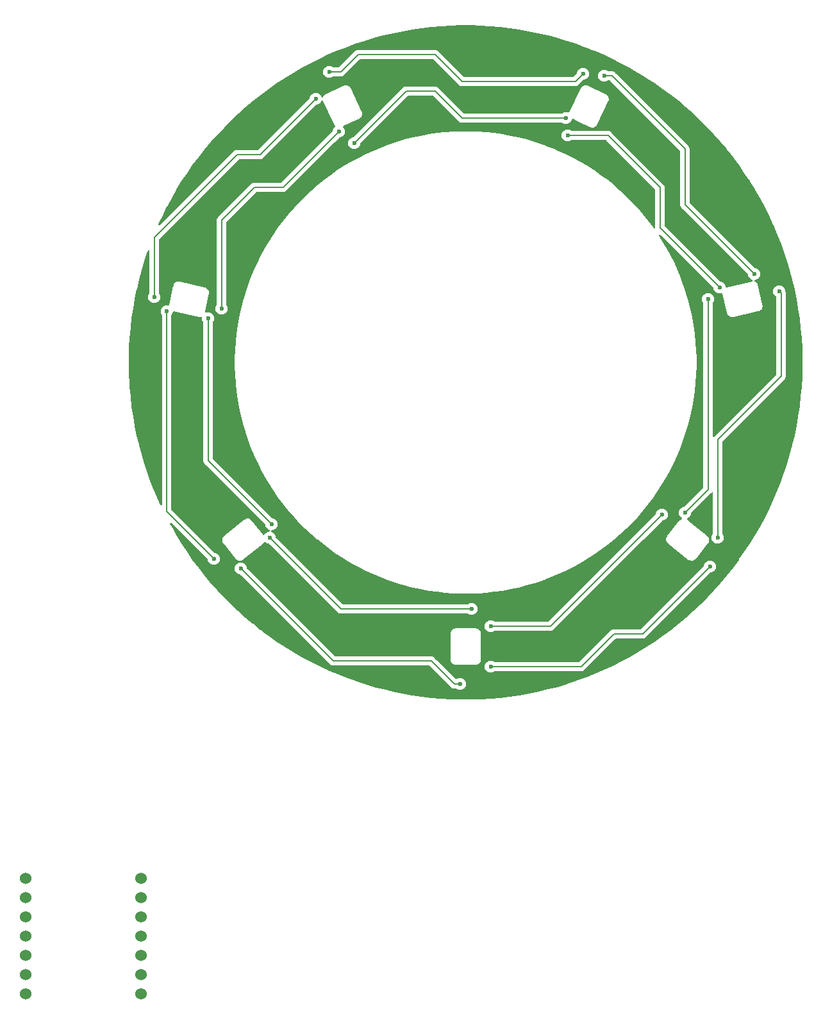
<source format=gbr>
%TF.GenerationSoftware,KiCad,Pcbnew,9.0.1*%
%TF.CreationDate,2025-06-13T20:33:13-06:00*%
%TF.ProjectId,AuraCTRL PCB,41757261-4354-4524-9c20-5043422e6b69,rev?*%
%TF.SameCoordinates,Original*%
%TF.FileFunction,Copper,L2,Bot*%
%TF.FilePolarity,Positive*%
%FSLAX46Y46*%
G04 Gerber Fmt 4.6, Leading zero omitted, Abs format (unit mm)*
G04 Created by KiCad (PCBNEW 9.0.1) date 2025-06-13 20:33:13*
%MOMM*%
%LPD*%
G01*
G04 APERTURE LIST*
%TA.AperFunction,ComponentPad*%
%ADD10C,1.524000*%
%TD*%
%TA.AperFunction,ViaPad*%
%ADD11C,0.600000*%
%TD*%
%TA.AperFunction,Conductor*%
%ADD12C,0.200000*%
%TD*%
G04 APERTURE END LIST*
D10*
%TO.P,U1,1,GPIO2/A0/D0*%
%TO.N,Net-(D1-DIN)*%
X94234000Y-148082000D03*
%TO.P,U1,2,GPIO3/A1/D1*%
%TO.N,Net-(U1-GPIO3{slash}A1{slash}D1)*%
X94234000Y-150622000D03*
%TO.P,U1,3,GPIO4/A2/D2*%
%TO.N,Net-(U1-GPIO4{slash}A2{slash}D2)*%
X94234000Y-153162000D03*
%TO.P,U1,4,GPIO5/A3/D3*%
%TO.N,unconnected-(U1-GPIO5{slash}A3{slash}D3-Pad4)*%
X94234000Y-155702000D03*
%TO.P,U1,5,GPIO6/D4/SDA*%
%TO.N,unconnected-(U1-GPIO6{slash}D4{slash}SDA-Pad5)*%
X94234000Y-158242000D03*
%TO.P,U1,6,GPIO7/D5/SCL*%
%TO.N,unconnected-(U1-GPIO7{slash}D5{slash}SCL-Pad6)*%
X94234000Y-160782000D03*
%TO.P,U1,7,GPIO21/D6/TX*%
%TO.N,unconnected-(U1-GPIO21{slash}D6{slash}TX-Pad7)*%
X94234000Y-163322000D03*
%TO.P,U1,8,GPIO20/D7/RX*%
%TO.N,unconnected-(U1-GPIO20{slash}D7{slash}RX-Pad8)*%
X109474000Y-163322000D03*
%TO.P,U1,9,GPIO8/D8/SCK*%
%TO.N,unconnected-(U1-GPIO8{slash}D8{slash}SCK-Pad9)*%
X109474000Y-160782000D03*
%TO.P,U1,10,GPIO9/D9/MISO*%
%TO.N,unconnected-(U1-GPIO9{slash}D9{slash}MISO-Pad10)*%
X109474000Y-158242000D03*
%TO.P,U1,11,GPIO10/D10/MOSI*%
%TO.N,unconnected-(U1-GPIO10{slash}D10{slash}MOSI-Pad11)*%
X109474000Y-155702000D03*
%TO.P,U1,12,VCC_3V3*%
%TO.N,+3V3*%
X109474000Y-153162000D03*
%TO.P,U1,13,GND*%
%TO.N,GND*%
X109474000Y-150622000D03*
%TO.P,U1,14,VBUS*%
%TO.N,unconnected-(U1-VBUS-Pad14)*%
X109474000Y-148082000D03*
%TD*%
D11*
%TO.N,Net-(D1-VDD)*%
X137668000Y-51054000D03*
X165608000Y-47752000D03*
X165862000Y-50038000D03*
X185928000Y-70104000D03*
X184404000Y-71628000D03*
X181356000Y-99822000D03*
X178308000Y-100076000D03*
X155702000Y-114808000D03*
X153162000Y-112522000D03*
X126492000Y-103124000D03*
X126746000Y-101346000D03*
X118364000Y-74168000D03*
X120142000Y-72898000D03*
X135636000Y-49530000D03*
%TO.N,Net-(D1-DOUT)*%
X167894000Y-41910000D03*
X111252000Y-71374000D03*
X193802000Y-70612000D03*
X132588000Y-45212000D03*
X190500000Y-68326000D03*
X151638000Y-122428000D03*
X184658000Y-106934000D03*
X122682000Y-107188000D03*
X170688000Y-42164000D03*
X185674000Y-103124000D03*
X134366000Y-41656000D03*
X119126000Y-105918000D03*
X112903000Y-73279000D03*
X155702000Y-120142000D03*
%TD*%
D12*
%TO.N,Net-(D1-DOUT)*%
X138176000Y-39370000D02*
X135890000Y-41656000D01*
X148336000Y-39370000D02*
X138176000Y-39370000D01*
X135890000Y-41656000D02*
X134366000Y-41656000D01*
X151892000Y-42926000D02*
X148336000Y-39370000D01*
X166878000Y-42926000D02*
X151892000Y-42926000D01*
X167894000Y-41910000D02*
X166878000Y-42926000D01*
X111252000Y-63500000D02*
X111252000Y-71374000D01*
X125222000Y-52578000D02*
X122174000Y-52578000D01*
X132588000Y-45212000D02*
X125222000Y-52578000D01*
X122174000Y-52578000D02*
X111252000Y-63500000D01*
%TO.N,Net-(D1-VDD)*%
X124460000Y-56896000D02*
X128270000Y-56896000D01*
X128270000Y-56896000D02*
X135636000Y-49530000D01*
X120142000Y-61214000D02*
X124460000Y-56896000D01*
X120142000Y-72898000D02*
X120142000Y-61214000D01*
X151892000Y-47752000D02*
X148336000Y-44196000D01*
X144526000Y-44196000D02*
X137668000Y-51054000D01*
X165608000Y-47752000D02*
X151892000Y-47752000D01*
X148336000Y-44196000D02*
X144526000Y-44196000D01*
%TO.N,Net-(D1-DOUT)*%
X181356000Y-51816000D02*
X171704000Y-42164000D01*
X171704000Y-42164000D02*
X170688000Y-42164000D01*
X190500000Y-68326000D02*
X181356000Y-59182000D01*
X181356000Y-59182000D02*
X181356000Y-51816000D01*
%TO.N,Net-(D1-VDD)*%
X178054000Y-56896000D02*
X171196000Y-50038000D01*
X178054000Y-62230000D02*
X178054000Y-56896000D01*
X171196000Y-50038000D02*
X165862000Y-50038000D01*
X185928000Y-70104000D02*
X178054000Y-62230000D01*
X184404000Y-96774000D02*
X184404000Y-71628000D01*
X181356000Y-99822000D02*
X184404000Y-96774000D01*
X163576000Y-114808000D02*
X178308000Y-100076000D01*
X155702000Y-114808000D02*
X163576000Y-114808000D01*
X135890000Y-112522000D02*
X153162000Y-112522000D01*
X126492000Y-103124000D02*
X135890000Y-112522000D01*
%TO.N,Net-(D1-DOUT)*%
X194056000Y-70866000D02*
X193802000Y-70612000D01*
X194056000Y-81808727D02*
X194056000Y-70866000D01*
X185674000Y-90190727D02*
X194056000Y-81808727D01*
X185674000Y-103124000D02*
X185674000Y-90190727D01*
X134874000Y-119380000D02*
X139446000Y-119380000D01*
X167640000Y-120142000D02*
X171958000Y-115824000D01*
X171958000Y-115824000D02*
X175768000Y-115824000D01*
X175768000Y-115824000D02*
X184658000Y-106934000D01*
X147828000Y-119380000D02*
X150876000Y-122428000D01*
X122682000Y-107188000D02*
X132080000Y-116586000D01*
X150876000Y-122428000D02*
X151638000Y-122428000D01*
X139446000Y-119380000D02*
X147828000Y-119380000D01*
X132080000Y-116586000D02*
X134874000Y-119380000D01*
X155702000Y-120142000D02*
X167640000Y-120142000D01*
X112903000Y-99695000D02*
X119126000Y-105918000D01*
X112903000Y-73279000D02*
X112903000Y-99695000D01*
%TO.N,Net-(D1-VDD)*%
X118364000Y-74168000D02*
X118364000Y-92964000D01*
X118364000Y-92964000D02*
X126746000Y-101346000D01*
%TD*%
%TA.AperFunction,Conductor*%
%TO.N,GND*%
G36*
X153048982Y-35505259D02*
G01*
X153225065Y-35510382D01*
X154339275Y-35542802D01*
X154342848Y-35542959D01*
X155631444Y-35618011D01*
X155635035Y-35618272D01*
X156920902Y-35730771D01*
X156924474Y-35731136D01*
X158206612Y-35880995D01*
X158210085Y-35881453D01*
X159487320Y-36068540D01*
X159490858Y-36069112D01*
X160762071Y-36293261D01*
X160765527Y-36293922D01*
X162029683Y-36554950D01*
X162033176Y-36555724D01*
X163289201Y-36853407D01*
X163292696Y-36854289D01*
X164539507Y-37188371D01*
X164542967Y-37189353D01*
X165779541Y-37559559D01*
X165782981Y-37560644D01*
X167008242Y-37966651D01*
X167011646Y-37967834D01*
X168224596Y-38409311D01*
X168227938Y-38410583D01*
X169307235Y-38839361D01*
X169427540Y-38887155D01*
X169430862Y-38888530D01*
X170616143Y-39399810D01*
X170619356Y-39401252D01*
X171789250Y-39946783D01*
X171792496Y-39948355D01*
X172945947Y-40527640D01*
X172949147Y-40529305D01*
X174085333Y-41141932D01*
X174088482Y-41143690D01*
X174338800Y-41288211D01*
X175206351Y-41789091D01*
X175209411Y-41790918D01*
X176238607Y-42425735D01*
X176308029Y-42468555D01*
X176311062Y-42470487D01*
X177389541Y-43179814D01*
X177392408Y-43181760D01*
X178449880Y-43922210D01*
X178452747Y-43924281D01*
X179488148Y-44695108D01*
X179490964Y-44697268D01*
X180503496Y-45497874D01*
X180506283Y-45500143D01*
X181495130Y-46329884D01*
X181497825Y-46332215D01*
X182462087Y-47190335D01*
X182464732Y-47192759D01*
X183266613Y-47949295D01*
X183403624Y-48078558D01*
X183406211Y-48081071D01*
X184318928Y-48993788D01*
X184321441Y-48996375D01*
X185162117Y-49887440D01*
X185207227Y-49935253D01*
X185209654Y-49937901D01*
X186055516Y-50888388D01*
X186067770Y-50902157D01*
X186070119Y-50904875D01*
X186768304Y-51736939D01*
X186899847Y-51893706D01*
X186902123Y-51896501D01*
X187365043Y-52481959D01*
X187702714Y-52909013D01*
X187704899Y-52911861D01*
X187903405Y-53178501D01*
X188475709Y-53947239D01*
X188477798Y-53950131D01*
X189218229Y-55007576D01*
X189220195Y-55010474D01*
X189382202Y-55256793D01*
X189929506Y-56088928D01*
X189931444Y-56091970D01*
X190609070Y-57190570D01*
X190610919Y-57193667D01*
X191256309Y-58311517D01*
X191258067Y-58314666D01*
X191870694Y-59450852D01*
X191872359Y-59454052D01*
X192451644Y-60607503D01*
X192453216Y-60610749D01*
X192998729Y-61780604D01*
X193000202Y-61783887D01*
X193043646Y-61884601D01*
X193511464Y-62969127D01*
X193512844Y-62972459D01*
X193989410Y-64172046D01*
X193990693Y-64175418D01*
X194432164Y-65388351D01*
X194433348Y-65391757D01*
X194839355Y-66617018D01*
X194840440Y-66620458D01*
X195210646Y-67857032D01*
X195211630Y-67860502D01*
X195545709Y-69107300D01*
X195546592Y-69110798D01*
X195844272Y-70366809D01*
X195845052Y-70370330D01*
X196106068Y-71634429D01*
X196106746Y-71637972D01*
X196330885Y-72909130D01*
X196331460Y-72912690D01*
X196518539Y-74189862D01*
X196519010Y-74193439D01*
X196668862Y-75475517D01*
X196669228Y-75479105D01*
X196781726Y-76764961D01*
X196781988Y-76768558D01*
X196857039Y-78057134D01*
X196857197Y-78060737D01*
X196894741Y-79351016D01*
X196894793Y-79354623D01*
X196894793Y-80645376D01*
X196894741Y-80648983D01*
X196857197Y-81939262D01*
X196857039Y-81942865D01*
X196781988Y-83231441D01*
X196781726Y-83235038D01*
X196669228Y-84520894D01*
X196668862Y-84524482D01*
X196519010Y-85806560D01*
X196518539Y-85810137D01*
X196331460Y-87087309D01*
X196330885Y-87090869D01*
X196106746Y-88362027D01*
X196106068Y-88365570D01*
X195845052Y-89629669D01*
X195844272Y-89633190D01*
X195546592Y-90889201D01*
X195545709Y-90892699D01*
X195211630Y-92139497D01*
X195210646Y-92142967D01*
X194840440Y-93379541D01*
X194839355Y-93382981D01*
X194433348Y-94608242D01*
X194432164Y-94611648D01*
X193990693Y-95824581D01*
X193989410Y-95827953D01*
X193512844Y-97027540D01*
X193511464Y-97030872D01*
X193000206Y-98216104D01*
X192998729Y-98219395D01*
X192453216Y-99389250D01*
X192451644Y-99392496D01*
X191872359Y-100545947D01*
X191870694Y-100549147D01*
X191258067Y-101685333D01*
X191256309Y-101688482D01*
X190610919Y-102806332D01*
X190609070Y-102809429D01*
X189931444Y-103908029D01*
X189929506Y-103911071D01*
X189220214Y-104989497D01*
X189218207Y-104992454D01*
X188545611Y-105953022D01*
X188477821Y-106049836D01*
X188475709Y-106052760D01*
X187704909Y-107088125D01*
X187702714Y-107090986D01*
X186902125Y-108103496D01*
X186899847Y-108106293D01*
X186070129Y-109095113D01*
X186067770Y-109097842D01*
X185209664Y-110062087D01*
X185207227Y-110064746D01*
X184321441Y-111003624D01*
X184318928Y-111006211D01*
X183406211Y-111918928D01*
X183403624Y-111921441D01*
X182464746Y-112807227D01*
X182462087Y-112809664D01*
X181497842Y-113667770D01*
X181495113Y-113670129D01*
X180506293Y-114499847D01*
X180503496Y-114502125D01*
X179490986Y-115302714D01*
X179488125Y-115304909D01*
X178452760Y-116075709D01*
X178449835Y-116077821D01*
X177392454Y-116818207D01*
X177389497Y-116820214D01*
X176311071Y-117529506D01*
X176308029Y-117531444D01*
X175209429Y-118209070D01*
X175206332Y-118210919D01*
X174088482Y-118856309D01*
X174085333Y-118858067D01*
X172949147Y-119470694D01*
X172945947Y-119472359D01*
X171792496Y-120051644D01*
X171789250Y-120053216D01*
X170619395Y-120598729D01*
X170616104Y-120600206D01*
X169430872Y-121111464D01*
X169427540Y-121112844D01*
X168227953Y-121589410D01*
X168224581Y-121590693D01*
X167011648Y-122032164D01*
X167008242Y-122033348D01*
X165782981Y-122439355D01*
X165779541Y-122440440D01*
X164542967Y-122810646D01*
X164539497Y-122811630D01*
X163292699Y-123145709D01*
X163289201Y-123146592D01*
X162033190Y-123444272D01*
X162029669Y-123445052D01*
X160765570Y-123706068D01*
X160762027Y-123706746D01*
X159490869Y-123930885D01*
X159487309Y-123931460D01*
X158210137Y-124118539D01*
X158206560Y-124119010D01*
X156924482Y-124268862D01*
X156920894Y-124269228D01*
X155635038Y-124381726D01*
X155631441Y-124381988D01*
X154342865Y-124457039D01*
X154339262Y-124457197D01*
X153048983Y-124494741D01*
X153045376Y-124494793D01*
X151754624Y-124494793D01*
X151751017Y-124494741D01*
X150460737Y-124457197D01*
X150457134Y-124457039D01*
X149168558Y-124381988D01*
X149164961Y-124381726D01*
X147879105Y-124269228D01*
X147875517Y-124268862D01*
X146593439Y-124119010D01*
X146589862Y-124118539D01*
X145312690Y-123931460D01*
X145309130Y-123930885D01*
X144037972Y-123706746D01*
X144034429Y-123706068D01*
X142770330Y-123445052D01*
X142766809Y-123444272D01*
X141510798Y-123146592D01*
X141507300Y-123145709D01*
X140260502Y-122811630D01*
X140257032Y-122810646D01*
X139020458Y-122440440D01*
X139017018Y-122439355D01*
X137791757Y-122033348D01*
X137788351Y-122032164D01*
X136575418Y-121590693D01*
X136572046Y-121589410D01*
X135372459Y-121112844D01*
X135369127Y-121111464D01*
X134235625Y-120622520D01*
X134183887Y-120600202D01*
X134180604Y-120598729D01*
X133969966Y-120500507D01*
X133881739Y-120459366D01*
X133010749Y-120053216D01*
X133007503Y-120051644D01*
X131854052Y-119472359D01*
X131850852Y-119470694D01*
X130714666Y-118858067D01*
X130711517Y-118856309D01*
X129593667Y-118210919D01*
X129590570Y-118209070D01*
X128491970Y-117531444D01*
X128488928Y-117529506D01*
X128238526Y-117364814D01*
X127410474Y-116820195D01*
X127407576Y-116818229D01*
X126350131Y-116077798D01*
X126347239Y-116075709D01*
X125888389Y-115734108D01*
X125311861Y-115304899D01*
X125309013Y-115302714D01*
X125291060Y-115288519D01*
X124296501Y-114502123D01*
X124293706Y-114499847D01*
X124209068Y-114428827D01*
X123304875Y-113670119D01*
X123302157Y-113667770D01*
X123169860Y-113550036D01*
X122337901Y-112809654D01*
X122335253Y-112807227D01*
X122280422Y-112755497D01*
X121492051Y-112011707D01*
X121396375Y-111921441D01*
X121393788Y-111918928D01*
X120481071Y-111006211D01*
X120478558Y-111003624D01*
X119893921Y-110383945D01*
X119592759Y-110064732D01*
X119590335Y-110062087D01*
X118732215Y-109097825D01*
X118729870Y-109095113D01*
X118593568Y-108932675D01*
X117900143Y-108106283D01*
X117897874Y-108103496D01*
X117665641Y-107809789D01*
X117111650Y-107109153D01*
X121881500Y-107109153D01*
X121881500Y-107266846D01*
X121912261Y-107421489D01*
X121912264Y-107421501D01*
X121972602Y-107567172D01*
X121972609Y-107567185D01*
X122060210Y-107698288D01*
X122060213Y-107698292D01*
X122171707Y-107809786D01*
X122171711Y-107809789D01*
X122302814Y-107897390D01*
X122302827Y-107897397D01*
X122448498Y-107957735D01*
X122448503Y-107957737D01*
X122512229Y-107970413D01*
X122603849Y-107988638D01*
X122665760Y-108021023D01*
X122667339Y-108022574D01*
X131599481Y-116954716D01*
X134505284Y-119860520D01*
X134505286Y-119860521D01*
X134505290Y-119860524D01*
X134642209Y-119939573D01*
X134642216Y-119939577D01*
X134794943Y-119980501D01*
X134794945Y-119980501D01*
X134960654Y-119980501D01*
X134960670Y-119980500D01*
X139366943Y-119980500D01*
X147527903Y-119980500D01*
X147594942Y-120000185D01*
X147615584Y-120016819D01*
X150391139Y-122792374D01*
X150391149Y-122792385D01*
X150395479Y-122796715D01*
X150395480Y-122796716D01*
X150507284Y-122908520D01*
X150558845Y-122938288D01*
X150594095Y-122958639D01*
X150594097Y-122958641D01*
X150632151Y-122980611D01*
X150644215Y-122987577D01*
X150796943Y-123028501D01*
X150796946Y-123028501D01*
X150962653Y-123028501D01*
X150962669Y-123028500D01*
X151058234Y-123028500D01*
X151125273Y-123048185D01*
X151127125Y-123049398D01*
X151258814Y-123137390D01*
X151258827Y-123137397D01*
X151404498Y-123197735D01*
X151404503Y-123197737D01*
X151559153Y-123228499D01*
X151559156Y-123228500D01*
X151559158Y-123228500D01*
X151716844Y-123228500D01*
X151716845Y-123228499D01*
X151871497Y-123197737D01*
X152017179Y-123137394D01*
X152148289Y-123049789D01*
X152259789Y-122938289D01*
X152347394Y-122807179D01*
X152407737Y-122661497D01*
X152438500Y-122506842D01*
X152438500Y-122349158D01*
X152438500Y-122349155D01*
X152438499Y-122349153D01*
X152407738Y-122194510D01*
X152407737Y-122194503D01*
X152407735Y-122194498D01*
X152347397Y-122048827D01*
X152347390Y-122048814D01*
X152259789Y-121917711D01*
X152259786Y-121917707D01*
X152148292Y-121806213D01*
X152148288Y-121806210D01*
X152017185Y-121718609D01*
X152017172Y-121718602D01*
X151871501Y-121658264D01*
X151871489Y-121658261D01*
X151716845Y-121627500D01*
X151716842Y-121627500D01*
X151559158Y-121627500D01*
X151559155Y-121627500D01*
X151404510Y-121658261D01*
X151404498Y-121658264D01*
X151258827Y-121718602D01*
X151258816Y-121718608D01*
X151197777Y-121759393D01*
X151131099Y-121780270D01*
X151063719Y-121761785D01*
X151041206Y-121743971D01*
X149360388Y-120063153D01*
X154901500Y-120063153D01*
X154901500Y-120220846D01*
X154932261Y-120375489D01*
X154932264Y-120375501D01*
X154992602Y-120521172D01*
X154992609Y-120521185D01*
X155080210Y-120652288D01*
X155080213Y-120652292D01*
X155191707Y-120763786D01*
X155191711Y-120763789D01*
X155322814Y-120851390D01*
X155322827Y-120851397D01*
X155468498Y-120911735D01*
X155468503Y-120911737D01*
X155623153Y-120942499D01*
X155623156Y-120942500D01*
X155623158Y-120942500D01*
X155780844Y-120942500D01*
X155780845Y-120942499D01*
X155935497Y-120911737D01*
X156081179Y-120851394D01*
X156081185Y-120851390D01*
X156212875Y-120763398D01*
X156279553Y-120742520D01*
X156281766Y-120742500D01*
X167553331Y-120742500D01*
X167553347Y-120742501D01*
X167560943Y-120742501D01*
X167719054Y-120742501D01*
X167719057Y-120742501D01*
X167871785Y-120701577D01*
X167921904Y-120672639D01*
X168008716Y-120622520D01*
X168120520Y-120510716D01*
X168120520Y-120510714D01*
X168130728Y-120500507D01*
X168130729Y-120500504D01*
X172170416Y-116460819D01*
X172231739Y-116427334D01*
X172258097Y-116424500D01*
X175681331Y-116424500D01*
X175681347Y-116424501D01*
X175688943Y-116424501D01*
X175847054Y-116424501D01*
X175847057Y-116424501D01*
X175999785Y-116383577D01*
X175999787Y-116383575D01*
X175999789Y-116383575D01*
X175999790Y-116383574D01*
X176050640Y-116354216D01*
X176050641Y-116354215D01*
X176136716Y-116304520D01*
X176248520Y-116192716D01*
X176248520Y-116192714D01*
X176258724Y-116182511D01*
X176258727Y-116182506D01*
X184672664Y-107768571D01*
X184733985Y-107735088D01*
X184736152Y-107734637D01*
X184736841Y-107734500D01*
X184736842Y-107734500D01*
X184891497Y-107703737D01*
X185037179Y-107643394D01*
X185168289Y-107555789D01*
X185279789Y-107444289D01*
X185367394Y-107313179D01*
X185427737Y-107167497D01*
X185458500Y-107012842D01*
X185458500Y-106855158D01*
X185458500Y-106855155D01*
X185458499Y-106855153D01*
X185449283Y-106808821D01*
X185427737Y-106700503D01*
X185397456Y-106627397D01*
X185367397Y-106554827D01*
X185367390Y-106554814D01*
X185279789Y-106423711D01*
X185279786Y-106423707D01*
X185168292Y-106312213D01*
X185168288Y-106312210D01*
X185037185Y-106224609D01*
X185037172Y-106224602D01*
X184891501Y-106164264D01*
X184891489Y-106164261D01*
X184736845Y-106133500D01*
X184736842Y-106133500D01*
X184579158Y-106133500D01*
X184579155Y-106133500D01*
X184424510Y-106164261D01*
X184424498Y-106164264D01*
X184278827Y-106224602D01*
X184278814Y-106224609D01*
X184147711Y-106312210D01*
X184147707Y-106312213D01*
X184036213Y-106423707D01*
X184036210Y-106423711D01*
X183948609Y-106554814D01*
X183948602Y-106554827D01*
X183888264Y-106700498D01*
X183888261Y-106700508D01*
X183857362Y-106855848D01*
X183824977Y-106917759D01*
X183823426Y-106919337D01*
X175555584Y-115187181D01*
X175494261Y-115220666D01*
X175467903Y-115223500D01*
X171878943Y-115223500D01*
X171726213Y-115264423D01*
X171684480Y-115288519D01*
X171684479Y-115288519D01*
X171589287Y-115343477D01*
X171589282Y-115343481D01*
X171477478Y-115455286D01*
X167427584Y-119505181D01*
X167366261Y-119538666D01*
X167339903Y-119541500D01*
X156281766Y-119541500D01*
X156214727Y-119521815D01*
X156212875Y-119520602D01*
X156081185Y-119432609D01*
X156081172Y-119432602D01*
X155935501Y-119372264D01*
X155935489Y-119372261D01*
X155780845Y-119341500D01*
X155780842Y-119341500D01*
X155623158Y-119341500D01*
X155623155Y-119341500D01*
X155468510Y-119372261D01*
X155468498Y-119372264D01*
X155322827Y-119432602D01*
X155322814Y-119432609D01*
X155191711Y-119520210D01*
X155191707Y-119520213D01*
X155080213Y-119631707D01*
X155080210Y-119631711D01*
X154992609Y-119762814D01*
X154992602Y-119762827D01*
X154932264Y-119908498D01*
X154932261Y-119908510D01*
X154901500Y-120063153D01*
X149360388Y-120063153D01*
X148566230Y-119268995D01*
X150399499Y-119268995D01*
X150426418Y-119404322D01*
X150426421Y-119404332D01*
X150479221Y-119531804D01*
X150479228Y-119531817D01*
X150555885Y-119646541D01*
X150555888Y-119646545D01*
X150653454Y-119744111D01*
X150653458Y-119744114D01*
X150768182Y-119820771D01*
X150768195Y-119820778D01*
X150895667Y-119873578D01*
X150895672Y-119873580D01*
X150895676Y-119873580D01*
X150895677Y-119873581D01*
X151031004Y-119900500D01*
X151031007Y-119900500D01*
X153768995Y-119900500D01*
X153860041Y-119882389D01*
X153904328Y-119873580D01*
X154031811Y-119820775D01*
X154146542Y-119744114D01*
X154244114Y-119646542D01*
X154320775Y-119531811D01*
X154324916Y-119521815D01*
X154346090Y-119470694D01*
X154373580Y-119404328D01*
X154400500Y-119268993D01*
X154400500Y-119200000D01*
X154400500Y-119134108D01*
X154400500Y-115734108D01*
X154400500Y-115731007D01*
X154400500Y-115731004D01*
X154373581Y-115595677D01*
X154373580Y-115595676D01*
X154373580Y-115595672D01*
X154341158Y-115517397D01*
X154320778Y-115468195D01*
X154320771Y-115468182D01*
X154244114Y-115353458D01*
X154244111Y-115353454D01*
X154146545Y-115255888D01*
X154146541Y-115255885D01*
X154031817Y-115179228D01*
X154031804Y-115179221D01*
X153904332Y-115126421D01*
X153904322Y-115126418D01*
X153768995Y-115099500D01*
X153768993Y-115099500D01*
X153765892Y-115099500D01*
X151165892Y-115099500D01*
X151100000Y-115099500D01*
X151031007Y-115099500D01*
X151031005Y-115099500D01*
X150895677Y-115126418D01*
X150895667Y-115126421D01*
X150768195Y-115179221D01*
X150768182Y-115179228D01*
X150653458Y-115255885D01*
X150653454Y-115255888D01*
X150555888Y-115353454D01*
X150555885Y-115353458D01*
X150479228Y-115468182D01*
X150479221Y-115468195D01*
X150426421Y-115595667D01*
X150426418Y-115595677D01*
X150399500Y-115731004D01*
X150399500Y-115731007D01*
X150399500Y-115734108D01*
X150399500Y-119134108D01*
X150399500Y-119200000D01*
X150399500Y-119268993D01*
X150399500Y-119268995D01*
X150399499Y-119268995D01*
X148566230Y-119268995D01*
X148315590Y-119018355D01*
X148315588Y-119018352D01*
X148196717Y-118899481D01*
X148196716Y-118899480D01*
X148109904Y-118849360D01*
X148109904Y-118849359D01*
X148109900Y-118849358D01*
X148059785Y-118820423D01*
X147907057Y-118779499D01*
X147748943Y-118779499D01*
X147741347Y-118779499D01*
X147741331Y-118779500D01*
X135174098Y-118779500D01*
X135107059Y-118759815D01*
X135086417Y-118743181D01*
X132448716Y-116105481D01*
X131072388Y-114729153D01*
X154901500Y-114729153D01*
X154901500Y-114886846D01*
X154932261Y-115041489D01*
X154932264Y-115041501D01*
X154992602Y-115187172D01*
X154992607Y-115187181D01*
X155080210Y-115318288D01*
X155080213Y-115318292D01*
X155191707Y-115429786D01*
X155191711Y-115429789D01*
X155322814Y-115517390D01*
X155322827Y-115517397D01*
X155468498Y-115577735D01*
X155468503Y-115577737D01*
X155623153Y-115608499D01*
X155623156Y-115608500D01*
X155623158Y-115608500D01*
X155780844Y-115608500D01*
X155780845Y-115608499D01*
X155935497Y-115577737D01*
X156081179Y-115517394D01*
X156081185Y-115517390D01*
X156212875Y-115429398D01*
X156279553Y-115408520D01*
X156281766Y-115408500D01*
X163489331Y-115408500D01*
X163489347Y-115408501D01*
X163496943Y-115408501D01*
X163655054Y-115408501D01*
X163655057Y-115408501D01*
X163807785Y-115367577D01*
X163857904Y-115338639D01*
X163944716Y-115288520D01*
X164056520Y-115176716D01*
X164056520Y-115176714D01*
X164066728Y-115166507D01*
X164066729Y-115166504D01*
X175886061Y-103347173D01*
X178875205Y-103347173D01*
X178875205Y-103347179D01*
X178882810Y-103414662D01*
X178890661Y-103484316D01*
X178932578Y-103615803D01*
X178942799Y-103634292D01*
X178999346Y-103736582D01*
X179081122Y-103833397D01*
X179088400Y-103842014D01*
X179138810Y-103882203D01*
X179138820Y-103882217D01*
X179138824Y-103882214D01*
X181854181Y-106047637D01*
X181854386Y-106047769D01*
X181854390Y-106047773D01*
X181861247Y-106051317D01*
X181976986Y-106111137D01*
X181976990Y-106111138D01*
X182030024Y-106126425D01*
X182109585Y-106149360D01*
X182247095Y-106160976D01*
X182384229Y-106145537D01*
X182515715Y-106103638D01*
X182636498Y-106036887D01*
X182741935Y-105947853D01*
X182784955Y-105893906D01*
X182784961Y-105893899D01*
X182790257Y-105887256D01*
X182790259Y-105887252D01*
X184364952Y-103912650D01*
X184364975Y-103912634D01*
X184406052Y-103861113D01*
X184447099Y-103809642D01*
X184447100Y-103809638D01*
X184448936Y-103807337D01*
X184449038Y-103807178D01*
X184449047Y-103807168D01*
X184512361Y-103684588D01*
X184550549Y-103552013D01*
X184562144Y-103414535D01*
X184546701Y-103277437D01*
X184546700Y-103277433D01*
X184546700Y-103277432D01*
X184504814Y-103145990D01*
X184504813Y-103145989D01*
X184504812Y-103145984D01*
X184438088Y-103025227D01*
X184378331Y-102954440D01*
X184349091Y-102919802D01*
X184346633Y-102917841D01*
X184346613Y-102917813D01*
X184293891Y-102875768D01*
X184272665Y-102858835D01*
X184237445Y-102830738D01*
X184237288Y-102830629D01*
X182668416Y-101579497D01*
X181648742Y-100766335D01*
X181608603Y-100709148D01*
X181605753Y-100639336D01*
X181641098Y-100579066D01*
X181678599Y-100554829D01*
X181735179Y-100531394D01*
X181866289Y-100443789D01*
X181977789Y-100332289D01*
X182065394Y-100201179D01*
X182125737Y-100055497D01*
X182145113Y-99958085D01*
X182156638Y-99900150D01*
X182189023Y-99838239D01*
X182190519Y-99836715D01*
X184772713Y-97254521D01*
X184772716Y-97254520D01*
X184861822Y-97165413D01*
X184923144Y-97131931D01*
X184961598Y-97134682D01*
X184992834Y-97136916D01*
X184992835Y-97136917D01*
X185048768Y-97178789D01*
X185059918Y-97208685D01*
X185073184Y-97244252D01*
X185073500Y-97253098D01*
X185073500Y-102544234D01*
X185053815Y-102611273D01*
X185052602Y-102613125D01*
X184964609Y-102744814D01*
X184964602Y-102744827D01*
X184904264Y-102890498D01*
X184904261Y-102890510D01*
X184873500Y-103045153D01*
X184873500Y-103202846D01*
X184904261Y-103357489D01*
X184904264Y-103357501D01*
X184964602Y-103503172D01*
X184964609Y-103503185D01*
X185052210Y-103634288D01*
X185052213Y-103634292D01*
X185163707Y-103745786D01*
X185163711Y-103745789D01*
X185294814Y-103833390D01*
X185294827Y-103833397D01*
X185412691Y-103882217D01*
X185440503Y-103893737D01*
X185553517Y-103916217D01*
X185595153Y-103924499D01*
X185595156Y-103924500D01*
X185595158Y-103924500D01*
X185752844Y-103924500D01*
X185752845Y-103924499D01*
X185907497Y-103893737D01*
X186053179Y-103833394D01*
X186184289Y-103745789D01*
X186295789Y-103634289D01*
X186383394Y-103503179D01*
X186443737Y-103357497D01*
X186474500Y-103202842D01*
X186474500Y-103045158D01*
X186474500Y-103045155D01*
X186474499Y-103045153D01*
X186456455Y-102954440D01*
X186443737Y-102890503D01*
X186418937Y-102830629D01*
X186383397Y-102744827D01*
X186383390Y-102744814D01*
X186295398Y-102613125D01*
X186274520Y-102546447D01*
X186274500Y-102544234D01*
X186274500Y-90490823D01*
X186294185Y-90423784D01*
X186310814Y-90403147D01*
X194424713Y-82289248D01*
X194424716Y-82289247D01*
X194536520Y-82177443D01*
X194586639Y-82090631D01*
X194615577Y-82040512D01*
X194656500Y-81887784D01*
X194656500Y-81729670D01*
X194656500Y-70786943D01*
X194655134Y-70781843D01*
X194615577Y-70634215D01*
X194615575Y-70634212D01*
X194615575Y-70634210D01*
X194612465Y-70626701D01*
X194615154Y-70625587D01*
X194602500Y-70578338D01*
X194602500Y-70533155D01*
X194602499Y-70533153D01*
X194571738Y-70378510D01*
X194571737Y-70378503D01*
X194568091Y-70369701D01*
X194511397Y-70232827D01*
X194511390Y-70232814D01*
X194423789Y-70101711D01*
X194423786Y-70101707D01*
X194312292Y-69990213D01*
X194312288Y-69990210D01*
X194181185Y-69902609D01*
X194181172Y-69902602D01*
X194035501Y-69842264D01*
X194035489Y-69842261D01*
X193880845Y-69811500D01*
X193880842Y-69811500D01*
X193723158Y-69811500D01*
X193723155Y-69811500D01*
X193568510Y-69842261D01*
X193568498Y-69842264D01*
X193422827Y-69902602D01*
X193422814Y-69902609D01*
X193291711Y-69990210D01*
X193291707Y-69990213D01*
X193180213Y-70101707D01*
X193180210Y-70101711D01*
X193092609Y-70232814D01*
X193092602Y-70232827D01*
X193032264Y-70378498D01*
X193032261Y-70378510D01*
X193001500Y-70533153D01*
X193001500Y-70690846D01*
X193032261Y-70845489D01*
X193032264Y-70845501D01*
X193092602Y-70991172D01*
X193092609Y-70991185D01*
X193180210Y-71122288D01*
X193180213Y-71122292D01*
X193291708Y-71233787D01*
X193291711Y-71233789D01*
X193400392Y-71306407D01*
X193445196Y-71360017D01*
X193455500Y-71409508D01*
X193455500Y-81508629D01*
X193435815Y-81575668D01*
X193419181Y-81596310D01*
X185216181Y-89799310D01*
X185154858Y-89832795D01*
X185085166Y-89827811D01*
X185029233Y-89785939D01*
X185004816Y-89720475D01*
X185004500Y-89711629D01*
X185004500Y-72207765D01*
X185024185Y-72140726D01*
X185025398Y-72138874D01*
X185113390Y-72007185D01*
X185113390Y-72007184D01*
X185113394Y-72007179D01*
X185173737Y-71861497D01*
X185204500Y-71706842D01*
X185204500Y-71549158D01*
X185204500Y-71549155D01*
X185204499Y-71549153D01*
X185184209Y-71447151D01*
X185173737Y-71394503D01*
X185149061Y-71334929D01*
X185113397Y-71248827D01*
X185113390Y-71248814D01*
X185025789Y-71117711D01*
X185025786Y-71117707D01*
X184914292Y-71006213D01*
X184914288Y-71006210D01*
X184783185Y-70918609D01*
X184783172Y-70918602D01*
X184637501Y-70858264D01*
X184637489Y-70858261D01*
X184482845Y-70827500D01*
X184482842Y-70827500D01*
X184325158Y-70827500D01*
X184325155Y-70827500D01*
X184170510Y-70858261D01*
X184170498Y-70858264D01*
X184024827Y-70918602D01*
X184024814Y-70918609D01*
X183893711Y-71006210D01*
X183893707Y-71006213D01*
X183782213Y-71117707D01*
X183782210Y-71117711D01*
X183694609Y-71248814D01*
X183694602Y-71248827D01*
X183634264Y-71394498D01*
X183634261Y-71394510D01*
X183603500Y-71549153D01*
X183603500Y-71706846D01*
X183634261Y-71861489D01*
X183634264Y-71861501D01*
X183694602Y-72007172D01*
X183694609Y-72007185D01*
X183782602Y-72138874D01*
X183803480Y-72205551D01*
X183803500Y-72207765D01*
X183803500Y-96473903D01*
X183783815Y-96540942D01*
X183767181Y-96561584D01*
X181341339Y-98987425D01*
X181280016Y-99020910D01*
X181277850Y-99021361D01*
X181122508Y-99052261D01*
X181122498Y-99052264D01*
X180976827Y-99112602D01*
X180976814Y-99112609D01*
X180845711Y-99200210D01*
X180845707Y-99200213D01*
X180734213Y-99311707D01*
X180734210Y-99311711D01*
X180646609Y-99442814D01*
X180646602Y-99442827D01*
X180586264Y-99588498D01*
X180586261Y-99588510D01*
X180555500Y-99743153D01*
X180555500Y-99900846D01*
X180586261Y-100055489D01*
X180586264Y-100055501D01*
X180646602Y-100201172D01*
X180646609Y-100201185D01*
X180734210Y-100332288D01*
X180734213Y-100332292D01*
X180845707Y-100443786D01*
X180845711Y-100443789D01*
X180886292Y-100470905D01*
X180931097Y-100524518D01*
X180939804Y-100593843D01*
X180909649Y-100656870D01*
X180877387Y-100682532D01*
X180800856Y-100724833D01*
X180695429Y-100813873D01*
X180695427Y-100813875D01*
X180661343Y-100856621D01*
X180661339Y-100856626D01*
X179062244Y-102861829D01*
X179062230Y-102861838D01*
X179062232Y-102861839D01*
X178988372Y-102954438D01*
X178988371Y-102954440D01*
X178925018Y-103077046D01*
X178925017Y-103077048D01*
X178925017Y-103077049D01*
X178886806Y-103209657D01*
X178886805Y-103209661D01*
X178875205Y-103347173D01*
X175886061Y-103347173D01*
X178322662Y-100910572D01*
X178383983Y-100877089D01*
X178386150Y-100876638D01*
X178444085Y-100865113D01*
X178541497Y-100845737D01*
X178687179Y-100785394D01*
X178818289Y-100697789D01*
X178929789Y-100586289D01*
X179017394Y-100455179D01*
X179077737Y-100309497D01*
X179108500Y-100154842D01*
X179108500Y-99997158D01*
X179108500Y-99997155D01*
X179108499Y-99997153D01*
X179089204Y-99900150D01*
X179077737Y-99842503D01*
X179072210Y-99829159D01*
X179017397Y-99696827D01*
X179017390Y-99696814D01*
X178929789Y-99565711D01*
X178929786Y-99565707D01*
X178818292Y-99454213D01*
X178818288Y-99454210D01*
X178687185Y-99366609D01*
X178687172Y-99366602D01*
X178541501Y-99306264D01*
X178541489Y-99306261D01*
X178386845Y-99275500D01*
X178386842Y-99275500D01*
X178229158Y-99275500D01*
X178229155Y-99275500D01*
X178074510Y-99306261D01*
X178074498Y-99306264D01*
X177928827Y-99366602D01*
X177928814Y-99366609D01*
X177797711Y-99454210D01*
X177797707Y-99454213D01*
X177686213Y-99565707D01*
X177686210Y-99565711D01*
X177598609Y-99696814D01*
X177598602Y-99696827D01*
X177538264Y-99842498D01*
X177538261Y-99842508D01*
X177507361Y-99997850D01*
X177474976Y-100059761D01*
X177473425Y-100061339D01*
X163363584Y-114171181D01*
X163302261Y-114204666D01*
X163275903Y-114207500D01*
X156281766Y-114207500D01*
X156214727Y-114187815D01*
X156212875Y-114186602D01*
X156081185Y-114098609D01*
X156081172Y-114098602D01*
X155935501Y-114038264D01*
X155935489Y-114038261D01*
X155780845Y-114007500D01*
X155780842Y-114007500D01*
X155623158Y-114007500D01*
X155623155Y-114007500D01*
X155468510Y-114038261D01*
X155468498Y-114038264D01*
X155322827Y-114098602D01*
X155322814Y-114098609D01*
X155191711Y-114186210D01*
X155191707Y-114186213D01*
X155080213Y-114297707D01*
X155080210Y-114297711D01*
X154992609Y-114428814D01*
X154992602Y-114428827D01*
X154932264Y-114574498D01*
X154932261Y-114574510D01*
X154901500Y-114729153D01*
X131072388Y-114729153D01*
X123516574Y-107173339D01*
X123483089Y-107112016D01*
X123482638Y-107109849D01*
X123451738Y-106954510D01*
X123451737Y-106954503D01*
X123436517Y-106917759D01*
X123391397Y-106808827D01*
X123391390Y-106808814D01*
X123303789Y-106677711D01*
X123303786Y-106677707D01*
X123192292Y-106566213D01*
X123192288Y-106566210D01*
X123061185Y-106478609D01*
X123061172Y-106478602D01*
X122915501Y-106418264D01*
X122915489Y-106418261D01*
X122760845Y-106387500D01*
X122760842Y-106387500D01*
X122603158Y-106387500D01*
X122521951Y-106403653D01*
X122521938Y-106403654D01*
X122448508Y-106418261D01*
X122448498Y-106418264D01*
X122302827Y-106478602D01*
X122302814Y-106478609D01*
X122171711Y-106566210D01*
X122171707Y-106566213D01*
X122060213Y-106677707D01*
X122060210Y-106677711D01*
X121972609Y-106808814D01*
X121972602Y-106808827D01*
X121912264Y-106954498D01*
X121912261Y-106954510D01*
X121881500Y-107109153D01*
X117111650Y-107109153D01*
X117097268Y-107090964D01*
X117095108Y-107088148D01*
X116324281Y-106052747D01*
X116322210Y-106049880D01*
X115581760Y-104992408D01*
X115579814Y-104989541D01*
X114870487Y-103911062D01*
X114868555Y-103908029D01*
X114859740Y-103893737D01*
X114190918Y-102809411D01*
X114189080Y-102806332D01*
X114157435Y-102751522D01*
X113704946Y-101967786D01*
X113543690Y-101688482D01*
X113541932Y-101685333D01*
X113356107Y-101340700D01*
X113341616Y-101272349D01*
X113366379Y-101207015D01*
X113422533Y-101165440D01*
X113492250Y-101160824D01*
X113552933Y-101194168D01*
X118291425Y-105932660D01*
X118324910Y-105993983D01*
X118325361Y-105996149D01*
X118356261Y-106151491D01*
X118356264Y-106151501D01*
X118416602Y-106297172D01*
X118416609Y-106297185D01*
X118504210Y-106428288D01*
X118504213Y-106428292D01*
X118615707Y-106539786D01*
X118615711Y-106539789D01*
X118746814Y-106627390D01*
X118746827Y-106627397D01*
X118868288Y-106677707D01*
X118892503Y-106687737D01*
X119047153Y-106718499D01*
X119047156Y-106718500D01*
X119047158Y-106718500D01*
X119204844Y-106718500D01*
X119204845Y-106718499D01*
X119359497Y-106687737D01*
X119505179Y-106627394D01*
X119636289Y-106539789D01*
X119747789Y-106428289D01*
X119835394Y-106297179D01*
X119895737Y-106151497D01*
X119926500Y-105996842D01*
X119926500Y-105839158D01*
X119926500Y-105839155D01*
X119926499Y-105839153D01*
X119895738Y-105684510D01*
X119895737Y-105684503D01*
X119842460Y-105555880D01*
X119835397Y-105538827D01*
X119835390Y-105538814D01*
X119747789Y-105407711D01*
X119747786Y-105407707D01*
X119636292Y-105296213D01*
X119636288Y-105296210D01*
X119505185Y-105208609D01*
X119505172Y-105208602D01*
X119359501Y-105148264D01*
X119359491Y-105148261D01*
X119204149Y-105117361D01*
X119142238Y-105084976D01*
X119140660Y-105083425D01*
X113539819Y-99482584D01*
X113506334Y-99421261D01*
X113503500Y-99394903D01*
X113503500Y-73858765D01*
X113523185Y-73791726D01*
X113524398Y-73789874D01*
X113612390Y-73658185D01*
X113612390Y-73658184D01*
X113612394Y-73658179D01*
X113672737Y-73512497D01*
X113693465Y-73408292D01*
X113704689Y-73351868D01*
X113707255Y-73352378D01*
X113729154Y-73298131D01*
X113786185Y-73257767D01*
X113853993Y-73254172D01*
X115624053Y-73658172D01*
X117119178Y-73999421D01*
X117119667Y-73999483D01*
X117132361Y-73999839D01*
X117257582Y-74003358D01*
X117393601Y-73980256D01*
X117395280Y-73979614D01*
X117396222Y-73979540D01*
X117399482Y-73978651D01*
X117399650Y-73979268D01*
X117464932Y-73974098D01*
X117526509Y-74007114D01*
X117560461Y-74068179D01*
X117563500Y-74095462D01*
X117563500Y-74246846D01*
X117594261Y-74401489D01*
X117594264Y-74401501D01*
X117654602Y-74547172D01*
X117654609Y-74547185D01*
X117742602Y-74678874D01*
X117763480Y-74745551D01*
X117763500Y-74747765D01*
X117763500Y-92877330D01*
X117763499Y-92877348D01*
X117763499Y-93043054D01*
X117763498Y-93043054D01*
X117804423Y-93195785D01*
X117833358Y-93245900D01*
X117833359Y-93245904D01*
X117833360Y-93245904D01*
X117883479Y-93332714D01*
X117883481Y-93332717D01*
X118002349Y-93451585D01*
X118002355Y-93451590D01*
X125911425Y-101360660D01*
X125944910Y-101421983D01*
X125945361Y-101424149D01*
X125976261Y-101579491D01*
X125976264Y-101579501D01*
X126036602Y-101725172D01*
X126036609Y-101725185D01*
X126124210Y-101856288D01*
X126124213Y-101856292D01*
X126235707Y-101967786D01*
X126235711Y-101967789D01*
X126366814Y-102055390D01*
X126366823Y-102055395D01*
X126441473Y-102086316D01*
X126495876Y-102130157D01*
X126517941Y-102196451D01*
X126500662Y-102264150D01*
X126449525Y-102311761D01*
X126418212Y-102322494D01*
X126258508Y-102354261D01*
X126258498Y-102354264D01*
X126112827Y-102414602D01*
X126112814Y-102414609D01*
X125981711Y-102502210D01*
X125981707Y-102502213D01*
X125870213Y-102613707D01*
X125870210Y-102613711D01*
X125813883Y-102698010D01*
X125760270Y-102742815D01*
X125690945Y-102751522D01*
X125627918Y-102721367D01*
X125613834Y-102706432D01*
X125607118Y-102698010D01*
X124180008Y-100908482D01*
X124179939Y-100908314D01*
X124104653Y-100813910D01*
X123999208Y-100724872D01*
X123922590Y-100682532D01*
X123878411Y-100658118D01*
X123746912Y-100616219D01*
X123746901Y-100616217D01*
X123609765Y-100600784D01*
X123472244Y-100612407D01*
X123472235Y-100612409D01*
X123339642Y-100650639D01*
X123339636Y-100650641D01*
X123217034Y-100714016D01*
X123163117Y-100757037D01*
X123163092Y-100757057D01*
X120545538Y-102844498D01*
X120545518Y-102844505D01*
X120451063Y-102919817D01*
X120451062Y-102919818D01*
X120362020Y-103025250D01*
X120295255Y-103146042D01*
X120253349Y-103277525D01*
X120237902Y-103414662D01*
X120249511Y-103552185D01*
X120287727Y-103684787D01*
X120287732Y-103684799D01*
X120351086Y-103807390D01*
X120351089Y-103807394D01*
X120351090Y-103807396D01*
X120391527Y-103858086D01*
X120391535Y-103858105D01*
X120391540Y-103858102D01*
X121982630Y-105853252D01*
X121982656Y-105853316D01*
X122058130Y-105947965D01*
X122163566Y-106037003D01*
X122163569Y-106037004D01*
X122163571Y-106037006D01*
X122284355Y-106103760D01*
X122415842Y-106145665D01*
X122552979Y-106161108D01*
X122690493Y-106149497D01*
X122823099Y-106111278D01*
X122945698Y-106047920D01*
X122999640Y-106004890D01*
X123001405Y-106003481D01*
X123001418Y-106003471D01*
X123001424Y-106003479D01*
X123001449Y-106003445D01*
X125601302Y-103930119D01*
X125606320Y-103926120D01*
X125606350Y-103926109D01*
X125618751Y-103916215D01*
X125618778Y-103916204D01*
X125657865Y-103885023D01*
X125657866Y-103885025D01*
X125711794Y-103842006D01*
X125792366Y-103746564D01*
X125850649Y-103708038D01*
X125920512Y-103707137D01*
X125974795Y-103738874D01*
X125981707Y-103745786D01*
X125981711Y-103745789D01*
X126112814Y-103833390D01*
X126112827Y-103833397D01*
X126230691Y-103882217D01*
X126258503Y-103893737D01*
X126323147Y-103906595D01*
X126413849Y-103924638D01*
X126475760Y-103957023D01*
X126477339Y-103958574D01*
X135405139Y-112886374D01*
X135405149Y-112886385D01*
X135409479Y-112890715D01*
X135409480Y-112890716D01*
X135521284Y-113002520D01*
X135572845Y-113032288D01*
X135608095Y-113052639D01*
X135608097Y-113052641D01*
X135646151Y-113074611D01*
X135658215Y-113081577D01*
X135810943Y-113122500D01*
X135969057Y-113122500D01*
X152582234Y-113122500D01*
X152649273Y-113142185D01*
X152651125Y-113143398D01*
X152782814Y-113231390D01*
X152782827Y-113231397D01*
X152928498Y-113291735D01*
X152928503Y-113291737D01*
X153083153Y-113322499D01*
X153083156Y-113322500D01*
X153083158Y-113322500D01*
X153240844Y-113322500D01*
X153240845Y-113322499D01*
X153395497Y-113291737D01*
X153541179Y-113231394D01*
X153672289Y-113143789D01*
X153783789Y-113032289D01*
X153871394Y-112901179D01*
X153931737Y-112755497D01*
X153962500Y-112600842D01*
X153962500Y-112443158D01*
X153962500Y-112443155D01*
X153962499Y-112443153D01*
X153931738Y-112288510D01*
X153931737Y-112288503D01*
X153931735Y-112288498D01*
X153871397Y-112142827D01*
X153871390Y-112142814D01*
X153783789Y-112011711D01*
X153783786Y-112011707D01*
X153672292Y-111900213D01*
X153672288Y-111900210D01*
X153541185Y-111812609D01*
X153541172Y-111812602D01*
X153395501Y-111752264D01*
X153395489Y-111752261D01*
X153240845Y-111721500D01*
X153240842Y-111721500D01*
X153083158Y-111721500D01*
X153083155Y-111721500D01*
X152928510Y-111752261D01*
X152928498Y-111752264D01*
X152782827Y-111812602D01*
X152782814Y-111812609D01*
X152651125Y-111900602D01*
X152584447Y-111921480D01*
X152582234Y-111921500D01*
X136190097Y-111921500D01*
X136123058Y-111901815D01*
X136102416Y-111885181D01*
X127326574Y-103109339D01*
X127293089Y-103048016D01*
X127292638Y-103045849D01*
X127267565Y-102919802D01*
X127261737Y-102890503D01*
X127236937Y-102830629D01*
X127201397Y-102744827D01*
X127201390Y-102744814D01*
X127113789Y-102613711D01*
X127113786Y-102613707D01*
X127002292Y-102502213D01*
X127002288Y-102502210D01*
X126871185Y-102414609D01*
X126871175Y-102414604D01*
X126796526Y-102383683D01*
X126742122Y-102339841D01*
X126720058Y-102273547D01*
X126737338Y-102205848D01*
X126788475Y-102158238D01*
X126819788Y-102147505D01*
X126824840Y-102146500D01*
X126824842Y-102146500D01*
X126979497Y-102115737D01*
X127125179Y-102055394D01*
X127256289Y-101967789D01*
X127367789Y-101856289D01*
X127455394Y-101725179D01*
X127515737Y-101579497D01*
X127546500Y-101424842D01*
X127546500Y-101267158D01*
X127546500Y-101267155D01*
X127546499Y-101267153D01*
X127526267Y-101165440D01*
X127515737Y-101112503D01*
X127474114Y-101012015D01*
X127455397Y-100966827D01*
X127455390Y-100966814D01*
X127367789Y-100835711D01*
X127367786Y-100835707D01*
X127256292Y-100724213D01*
X127256288Y-100724210D01*
X127125185Y-100636609D01*
X127125172Y-100636602D01*
X126979501Y-100576264D01*
X126979491Y-100576261D01*
X126824149Y-100545361D01*
X126762238Y-100512976D01*
X126760660Y-100511425D01*
X119000819Y-92751584D01*
X118967334Y-92690261D01*
X118964500Y-92663903D01*
X118964500Y-79455510D01*
X121899500Y-79455510D01*
X121899500Y-80544489D01*
X121938368Y-81632780D01*
X122016053Y-82718968D01*
X122132463Y-83801734D01*
X122287439Y-84879617D01*
X122480794Y-85951314D01*
X122712270Y-87015394D01*
X122981582Y-88070545D01*
X123288388Y-89115428D01*
X123632277Y-90148651D01*
X124012848Y-91169002D01*
X124263293Y-91773628D01*
X124416278Y-92142967D01*
X124429586Y-92175094D01*
X124825971Y-93043057D01*
X124881959Y-93165652D01*
X125369405Y-94139446D01*
X125369410Y-94139455D01*
X125806636Y-94940176D01*
X125891298Y-95095222D01*
X126446973Y-96031761D01*
X126873171Y-96694939D01*
X127035725Y-96947878D01*
X127656793Y-97842386D01*
X128309382Y-98714143D01*
X128896592Y-99442827D01*
X128992694Y-99562082D01*
X129705825Y-100385078D01*
X130193133Y-100908484D01*
X130447885Y-101182108D01*
X131217891Y-101952114D01*
X131217902Y-101952124D01*
X132014922Y-102694175D01*
X132780440Y-103357501D01*
X132837917Y-103407305D01*
X133685856Y-104090617D01*
X134557613Y-104743206D01*
X135354092Y-105296211D01*
X135452130Y-105364280D01*
X136368239Y-105953027D01*
X137304778Y-106508702D01*
X138260554Y-107030595D01*
X139234348Y-107518041D01*
X140224920Y-107970420D01*
X141231007Y-108387155D01*
X142251328Y-108767715D01*
X142251339Y-108767718D01*
X142251348Y-108767722D01*
X142600855Y-108884049D01*
X143284581Y-109111615D01*
X144205729Y-109382088D01*
X144329454Y-109418417D01*
X144481459Y-109457214D01*
X145384605Y-109687729D01*
X146448699Y-109919208D01*
X147520378Y-110112560D01*
X148598275Y-110267538D01*
X149681016Y-110383945D01*
X150767222Y-110461632D01*
X151855510Y-110500500D01*
X152944490Y-110500500D01*
X154032778Y-110461632D01*
X155118984Y-110383945D01*
X156201725Y-110267538D01*
X157279622Y-110112560D01*
X158351301Y-109919208D01*
X159415395Y-109687729D01*
X160470549Y-109418416D01*
X161515419Y-109111615D01*
X162548672Y-108767715D01*
X163568993Y-108387155D01*
X164575080Y-107970420D01*
X165565652Y-107518041D01*
X166539446Y-107030595D01*
X167495222Y-106508702D01*
X168431761Y-105953027D01*
X169347870Y-105364280D01*
X170242382Y-104743209D01*
X171114156Y-104090607D01*
X171962082Y-103407306D01*
X172785078Y-102694175D01*
X173582098Y-101952124D01*
X174352124Y-101182098D01*
X175094175Y-100385078D01*
X175807306Y-99562082D01*
X176490607Y-98714156D01*
X177143209Y-97842382D01*
X177764280Y-96947870D01*
X178353027Y-96031761D01*
X178908702Y-95095222D01*
X179430595Y-94139446D01*
X179918041Y-93165652D01*
X180370420Y-92175080D01*
X180787155Y-91168993D01*
X181167715Y-90148672D01*
X181511615Y-89115419D01*
X181818416Y-88070549D01*
X182087729Y-87015395D01*
X182319208Y-85951301D01*
X182512560Y-84879622D01*
X182667538Y-83801725D01*
X182783945Y-82718984D01*
X182861632Y-81632778D01*
X182900500Y-80544490D01*
X182900500Y-79455510D01*
X182861632Y-78367222D01*
X182783945Y-77281016D01*
X182667538Y-76198275D01*
X182512560Y-75120378D01*
X182319208Y-74048699D01*
X182309344Y-74003357D01*
X182087729Y-72984605D01*
X181818417Y-71929454D01*
X181732830Y-71637972D01*
X181511615Y-70884581D01*
X181225571Y-70025158D01*
X181167722Y-69851348D01*
X181164333Y-69842263D01*
X180787155Y-68831007D01*
X180370420Y-67824920D01*
X179918041Y-66834348D01*
X179430595Y-65860554D01*
X178908702Y-64904778D01*
X178353027Y-63968239D01*
X177915534Y-63287486D01*
X177895850Y-63220447D01*
X177915535Y-63153407D01*
X177968339Y-63107653D01*
X178037497Y-63097709D01*
X178101053Y-63126734D01*
X178107531Y-63132766D01*
X185093425Y-70118660D01*
X185126910Y-70179983D01*
X185127361Y-70182149D01*
X185158261Y-70337491D01*
X185158264Y-70337501D01*
X185218602Y-70483172D01*
X185218609Y-70483185D01*
X185306210Y-70614288D01*
X185306213Y-70614292D01*
X185417707Y-70725786D01*
X185417711Y-70725789D01*
X185548814Y-70813390D01*
X185548827Y-70813397D01*
X185668883Y-70863125D01*
X185694503Y-70873737D01*
X185849153Y-70904499D01*
X185849156Y-70904500D01*
X185849158Y-70904500D01*
X186006844Y-70904500D01*
X186006845Y-70904499D01*
X186161497Y-70873737D01*
X186169848Y-70870277D01*
X186239314Y-70862805D01*
X186301795Y-70894076D01*
X186337451Y-70954162D01*
X186338196Y-70957243D01*
X186892540Y-73385975D01*
X186892544Y-73385994D01*
X186894095Y-73392794D01*
X186894095Y-73392809D01*
X186896936Y-73405254D01*
X186897500Y-73407723D01*
X186897499Y-73407731D01*
X186908760Y-73457048D01*
X186918225Y-73498500D01*
X186923415Y-73521239D01*
X186923418Y-73521245D01*
X186924117Y-73524306D01*
X186961306Y-73607397D01*
X186980482Y-73650242D01*
X187060330Y-73762764D01*
X187160594Y-73857549D01*
X187277422Y-73930955D01*
X187277425Y-73930956D01*
X187277429Y-73930958D01*
X187406325Y-73980161D01*
X187406323Y-73980161D01*
X187500636Y-73996188D01*
X187542350Y-74003277D01*
X187542353Y-74003276D01*
X187542354Y-74003277D01*
X187576830Y-74002311D01*
X187680270Y-73999415D01*
X187681257Y-73999189D01*
X187683310Y-73998721D01*
X187683326Y-73998722D01*
X187747529Y-73984068D01*
X187811771Y-73969410D01*
X187811771Y-73969409D01*
X187820439Y-73967432D01*
X187820507Y-73967410D01*
X190998121Y-73242137D01*
X190998161Y-73242139D01*
X191062398Y-73227467D01*
X191062397Y-73227466D01*
X191126560Y-73212822D01*
X191126560Y-73212821D01*
X191129315Y-73212193D01*
X191129634Y-73212086D01*
X191129634Y-73212085D01*
X191129638Y-73212085D01*
X191255555Y-73155725D01*
X191368061Y-73075889D01*
X191462835Y-72975643D01*
X191536238Y-72858839D01*
X191585450Y-72729961D01*
X191608581Y-72593959D01*
X191604743Y-72456059D01*
X191604040Y-72452977D01*
X191604043Y-72452911D01*
X191588950Y-72386786D01*
X191574767Y-72324563D01*
X191574765Y-72324560D01*
X191573026Y-72316929D01*
X191572937Y-72316629D01*
X190996161Y-69789619D01*
X190996160Y-69789617D01*
X190995488Y-69786673D01*
X190995487Y-69786670D01*
X190995485Y-69786667D01*
X190995485Y-69786664D01*
X190939134Y-69660690D01*
X190859286Y-69548133D01*
X190859284Y-69548130D01*
X190759010Y-69453320D01*
X190759009Y-69453319D01*
X190642166Y-69379898D01*
X190642165Y-69379897D01*
X190642162Y-69379896D01*
X190642161Y-69379895D01*
X190586167Y-69358521D01*
X190530557Y-69316223D01*
X190506642Y-69250574D01*
X190522016Y-69182417D01*
X190571798Y-69133391D01*
X190606197Y-69121058D01*
X190733497Y-69095737D01*
X190879179Y-69035394D01*
X191010289Y-68947789D01*
X191121789Y-68836289D01*
X191209394Y-68705179D01*
X191269737Y-68559497D01*
X191300500Y-68404842D01*
X191300500Y-68247158D01*
X191300500Y-68247155D01*
X191300499Y-68247153D01*
X191269738Y-68092510D01*
X191269737Y-68092503D01*
X191269735Y-68092498D01*
X191209397Y-67946827D01*
X191209390Y-67946814D01*
X191121789Y-67815711D01*
X191121786Y-67815707D01*
X191010292Y-67704213D01*
X191010288Y-67704210D01*
X190879185Y-67616609D01*
X190879172Y-67616602D01*
X190733501Y-67556264D01*
X190733491Y-67556261D01*
X190578149Y-67525361D01*
X190516238Y-67492976D01*
X190514660Y-67491425D01*
X181992819Y-58969584D01*
X181959334Y-58908261D01*
X181956500Y-58881903D01*
X181956500Y-51736946D01*
X181956499Y-51736939D01*
X181941109Y-51679501D01*
X181915577Y-51584215D01*
X181886639Y-51534095D01*
X181836520Y-51447284D01*
X181724716Y-51335480D01*
X181724715Y-51335479D01*
X181720385Y-51331149D01*
X181720374Y-51331139D01*
X172191590Y-41802355D01*
X172191588Y-41802352D01*
X172072717Y-41683481D01*
X172072709Y-41683475D01*
X171964858Y-41621208D01*
X171964857Y-41621207D01*
X171964857Y-41621208D01*
X171935785Y-41604423D01*
X171783057Y-41563499D01*
X171624943Y-41563499D01*
X171617347Y-41563499D01*
X171617331Y-41563500D01*
X171267766Y-41563500D01*
X171200727Y-41543815D01*
X171198875Y-41542602D01*
X171067185Y-41454609D01*
X171067172Y-41454602D01*
X170921501Y-41394264D01*
X170921489Y-41394261D01*
X170766845Y-41363500D01*
X170766842Y-41363500D01*
X170609158Y-41363500D01*
X170609155Y-41363500D01*
X170454510Y-41394261D01*
X170454498Y-41394264D01*
X170308827Y-41454602D01*
X170308814Y-41454609D01*
X170177711Y-41542210D01*
X170177707Y-41542213D01*
X170066213Y-41653707D01*
X170066210Y-41653711D01*
X169978609Y-41784814D01*
X169978602Y-41784827D01*
X169918264Y-41930498D01*
X169918261Y-41930510D01*
X169887500Y-42085153D01*
X169887500Y-42242846D01*
X169918261Y-42397489D01*
X169918264Y-42397501D01*
X169978602Y-42543172D01*
X169978609Y-42543185D01*
X170066210Y-42674288D01*
X170066213Y-42674292D01*
X170177707Y-42785786D01*
X170177711Y-42785789D01*
X170308814Y-42873390D01*
X170308827Y-42873397D01*
X170454498Y-42933735D01*
X170454503Y-42933737D01*
X170609153Y-42964499D01*
X170609156Y-42964500D01*
X170609158Y-42964500D01*
X170766844Y-42964500D01*
X170766845Y-42964499D01*
X170921497Y-42933737D01*
X171067179Y-42873394D01*
X171067185Y-42873390D01*
X171198875Y-42785398D01*
X171216921Y-42779747D01*
X171232831Y-42769523D01*
X171263792Y-42765071D01*
X171265553Y-42764520D01*
X171267766Y-42764500D01*
X171403903Y-42764500D01*
X171470942Y-42784185D01*
X171491584Y-42800819D01*
X180719181Y-52028416D01*
X180752666Y-52089739D01*
X180755500Y-52116097D01*
X180755500Y-59095330D01*
X180755499Y-59095348D01*
X180755499Y-59261054D01*
X180755498Y-59261054D01*
X180796423Y-59413787D01*
X180796425Y-59413790D01*
X180818727Y-59452417D01*
X180818728Y-59452419D01*
X180875475Y-59550709D01*
X180875481Y-59550717D01*
X180994349Y-59669585D01*
X180994355Y-59669590D01*
X189665425Y-68340660D01*
X189698910Y-68401983D01*
X189699361Y-68404149D01*
X189730261Y-68559491D01*
X189730264Y-68559501D01*
X189790602Y-68705172D01*
X189790609Y-68705185D01*
X189878210Y-68836288D01*
X189878213Y-68836292D01*
X189989707Y-68947786D01*
X189989711Y-68947789D01*
X190120814Y-69035390D01*
X190120827Y-69035397D01*
X190233148Y-69081921D01*
X190258223Y-69102127D01*
X190284194Y-69121156D01*
X190285252Y-69123908D01*
X190287552Y-69125761D01*
X190297723Y-69156321D01*
X190309283Y-69186366D01*
X190308685Y-69189255D01*
X190309617Y-69192055D01*
X190301655Y-69223248D01*
X190295133Y-69254788D01*
X190293067Y-69256896D01*
X190292338Y-69259755D01*
X190268773Y-69281694D01*
X190246238Y-69304698D01*
X190242537Y-69306121D01*
X190241201Y-69307366D01*
X190213298Y-69317371D01*
X190179727Y-69325036D01*
X190179723Y-69325037D01*
X190171961Y-69326809D01*
X190171958Y-69326810D01*
X190169474Y-69327377D01*
X190169472Y-69327377D01*
X186869499Y-70080578D01*
X186799760Y-70076305D01*
X186743402Y-70035006D01*
X186720289Y-69983878D01*
X186704123Y-69902609D01*
X186697737Y-69870503D01*
X186697735Y-69870498D01*
X186637397Y-69724827D01*
X186637390Y-69724814D01*
X186549789Y-69593711D01*
X186549786Y-69593707D01*
X186438292Y-69482213D01*
X186438288Y-69482210D01*
X186307185Y-69394609D01*
X186307172Y-69394602D01*
X186161501Y-69334264D01*
X186161491Y-69334261D01*
X186006151Y-69303362D01*
X185944241Y-69270977D01*
X185942662Y-69269426D01*
X178690819Y-62017583D01*
X178657334Y-61956260D01*
X178654500Y-61929902D01*
X178654500Y-56985060D01*
X178654501Y-56985047D01*
X178654501Y-56816944D01*
X178613576Y-56664214D01*
X178613573Y-56664209D01*
X178534524Y-56527290D01*
X178534518Y-56527282D01*
X171683590Y-49676355D01*
X171683588Y-49676352D01*
X171564717Y-49557481D01*
X171564709Y-49557475D01*
X171464292Y-49499500D01*
X171464291Y-49499499D01*
X171464291Y-49499500D01*
X171427785Y-49478423D01*
X171275057Y-49437499D01*
X171116943Y-49437499D01*
X171109347Y-49437499D01*
X171109331Y-49437500D01*
X166441766Y-49437500D01*
X166374727Y-49417815D01*
X166372875Y-49416602D01*
X166241185Y-49328609D01*
X166241172Y-49328602D01*
X166095501Y-49268264D01*
X166095489Y-49268261D01*
X165940845Y-49237500D01*
X165940842Y-49237500D01*
X165783158Y-49237500D01*
X165783155Y-49237500D01*
X165628510Y-49268261D01*
X165628498Y-49268264D01*
X165482827Y-49328602D01*
X165482814Y-49328609D01*
X165351711Y-49416210D01*
X165351707Y-49416213D01*
X165240213Y-49527707D01*
X165240210Y-49527711D01*
X165152609Y-49658814D01*
X165152602Y-49658827D01*
X165092264Y-49804498D01*
X165092261Y-49804510D01*
X165061500Y-49959153D01*
X165061500Y-50116846D01*
X165092261Y-50271489D01*
X165092264Y-50271501D01*
X165152602Y-50417172D01*
X165152609Y-50417185D01*
X165240210Y-50548288D01*
X165240213Y-50548292D01*
X165351707Y-50659786D01*
X165351711Y-50659789D01*
X165482814Y-50747390D01*
X165482827Y-50747397D01*
X165628498Y-50807735D01*
X165628503Y-50807737D01*
X165783153Y-50838499D01*
X165783156Y-50838500D01*
X165783158Y-50838500D01*
X165940844Y-50838500D01*
X165940845Y-50838499D01*
X166095497Y-50807737D01*
X166241179Y-50747394D01*
X166266493Y-50730480D01*
X166372875Y-50659398D01*
X166439553Y-50638520D01*
X166441766Y-50638500D01*
X170895903Y-50638500D01*
X170962942Y-50658185D01*
X170983584Y-50674819D01*
X177417181Y-57108416D01*
X177450666Y-57169739D01*
X177453500Y-57196097D01*
X177453500Y-62150939D01*
X177453499Y-62150943D01*
X177453499Y-62208507D01*
X177433813Y-62275546D01*
X177381009Y-62321300D01*
X177329238Y-62328743D01*
X177311852Y-62331243D01*
X177311851Y-62331242D01*
X177311850Y-62331243D01*
X177271999Y-62313043D01*
X177248296Y-62302218D01*
X177227643Y-62279225D01*
X177143206Y-62157613D01*
X176490617Y-61285856D01*
X175807305Y-60437917D01*
X175094175Y-59614922D01*
X174352124Y-58817902D01*
X174352114Y-58817891D01*
X173582108Y-58047885D01*
X173340464Y-57822907D01*
X172785078Y-57305825D01*
X171962082Y-56592694D01*
X171114143Y-55909382D01*
X170242386Y-55256793D01*
X169347878Y-54635725D01*
X168927206Y-54365376D01*
X168431761Y-54046973D01*
X167495222Y-53491298D01*
X167495215Y-53491294D01*
X167495208Y-53491290D01*
X166539455Y-52969410D01*
X166539456Y-52969410D01*
X166539446Y-52969405D01*
X165565652Y-52481959D01*
X165565640Y-52481953D01*
X165565631Y-52481949D01*
X164575094Y-52029586D01*
X164572269Y-52028416D01*
X164152400Y-51854500D01*
X163569002Y-51612848D01*
X162548651Y-51232277D01*
X161515428Y-50888388D01*
X161515419Y-50888385D01*
X161199748Y-50795695D01*
X160470545Y-50581582D01*
X159415394Y-50312270D01*
X158351314Y-50080794D01*
X157279617Y-49887439D01*
X156201734Y-49732463D01*
X155118968Y-49616053D01*
X154032780Y-49538368D01*
X152944490Y-49499500D01*
X151855510Y-49499500D01*
X150767219Y-49538368D01*
X149681031Y-49616053D01*
X148598265Y-49732463D01*
X147520382Y-49887439D01*
X146448685Y-50080794D01*
X145384605Y-50312270D01*
X144329454Y-50581582D01*
X143284571Y-50888388D01*
X142251348Y-51232277D01*
X141230997Y-51612848D01*
X140224905Y-52029586D01*
X139234368Y-52481949D01*
X138260544Y-52969410D01*
X137304791Y-53491290D01*
X137304778Y-53491298D01*
X136368239Y-54046973D01*
X136368233Y-54046977D01*
X135452121Y-54635725D01*
X134557613Y-55256793D01*
X133685856Y-55909382D01*
X132837917Y-56592694D01*
X132014921Y-57305826D01*
X131217891Y-58047885D01*
X130447885Y-58817891D01*
X129705826Y-59614921D01*
X128992694Y-60437917D01*
X128309382Y-61285856D01*
X127656793Y-62157613D01*
X127035725Y-63052121D01*
X126446977Y-63968233D01*
X125891290Y-64904791D01*
X125369410Y-65860544D01*
X124881949Y-66834368D01*
X124429586Y-67824905D01*
X124012848Y-68830997D01*
X123632277Y-69851348D01*
X123291995Y-70873735D01*
X123288385Y-70884581D01*
X123271855Y-70940875D01*
X122981582Y-71929454D01*
X122712270Y-72984605D01*
X122480794Y-74048685D01*
X122287439Y-75120382D01*
X122132463Y-76198265D01*
X122016053Y-77281031D01*
X121938368Y-78367219D01*
X121899500Y-79455510D01*
X118964500Y-79455510D01*
X118964500Y-74747765D01*
X118984185Y-74680726D01*
X118985398Y-74678874D01*
X119073390Y-74547185D01*
X119073390Y-74547184D01*
X119073394Y-74547179D01*
X119133737Y-74401497D01*
X119164500Y-74246842D01*
X119164500Y-74089158D01*
X119164500Y-74089155D01*
X119164499Y-74089153D01*
X119146535Y-73998844D01*
X119133737Y-73934503D01*
X119101862Y-73857549D01*
X119073397Y-73788827D01*
X119073390Y-73788814D01*
X118985789Y-73657711D01*
X118985786Y-73657707D01*
X118874292Y-73546213D01*
X118874288Y-73546210D01*
X118743185Y-73458609D01*
X118743172Y-73458602D01*
X118597501Y-73398264D01*
X118597489Y-73398261D01*
X118442845Y-73367500D01*
X118442842Y-73367500D01*
X118285158Y-73367500D01*
X118285155Y-73367500D01*
X118130510Y-73398261D01*
X118130494Y-73398265D01*
X118102825Y-73409726D01*
X118033356Y-73417193D01*
X117970878Y-73385916D01*
X117935227Y-73325826D01*
X117934485Y-73267572D01*
X117937544Y-73254172D01*
X118398679Y-71233787D01*
X118484982Y-70855664D01*
X118485052Y-70855101D01*
X118485056Y-70855088D01*
X118488942Y-70717169D01*
X118465848Y-70581142D01*
X118464778Y-70578338D01*
X118416666Y-70452241D01*
X118416660Y-70452229D01*
X118343275Y-70335397D01*
X118248503Y-70235121D01*
X118245271Y-70232827D01*
X118173874Y-70182149D01*
X118135992Y-70155260D01*
X118135988Y-70155258D01*
X118010059Y-70098880D01*
X118006995Y-70098180D01*
X118006948Y-70098155D01*
X117940173Y-70082914D01*
X117940147Y-70082908D01*
X117871344Y-70067189D01*
X117871112Y-70067150D01*
X114699812Y-69343331D01*
X114699807Y-69343329D01*
X114697953Y-69342906D01*
X114692148Y-69341580D01*
X114692122Y-69341567D01*
X114670149Y-69336555D01*
X114670144Y-69336552D01*
X114615525Y-69324093D01*
X114615525Y-69324091D01*
X114615510Y-69324090D01*
X114560703Y-69311580D01*
X114560632Y-69311572D01*
X114560627Y-69311571D01*
X114560624Y-69311571D01*
X114422710Y-69307717D01*
X114422709Y-69307717D01*
X114422707Y-69307717D01*
X114286701Y-69330835D01*
X114286696Y-69330837D01*
X114157802Y-69380044D01*
X114157795Y-69380048D01*
X114040988Y-69453444D01*
X114040976Y-69453453D01*
X113940723Y-69548229D01*
X113940722Y-69548231D01*
X113860919Y-69660690D01*
X113860876Y-69660750D01*
X113804513Y-69786674D01*
X113804513Y-69786676D01*
X113803816Y-69789725D01*
X113803802Y-69789753D01*
X113790049Y-69850002D01*
X113789731Y-69851399D01*
X113788251Y-69857885D01*
X113788248Y-69857896D01*
X113772734Y-69925827D01*
X113772713Y-69925961D01*
X113209859Y-72392014D01*
X113209855Y-72392034D01*
X113207898Y-72400602D01*
X113173779Y-72461575D01*
X113112113Y-72494423D01*
X113062820Y-72494607D01*
X112981845Y-72478500D01*
X112981842Y-72478500D01*
X112824158Y-72478500D01*
X112824155Y-72478500D01*
X112669510Y-72509261D01*
X112669498Y-72509264D01*
X112523827Y-72569602D01*
X112523814Y-72569609D01*
X112392711Y-72657210D01*
X112392707Y-72657213D01*
X112281213Y-72768707D01*
X112281210Y-72768711D01*
X112193609Y-72899814D01*
X112193602Y-72899827D01*
X112133264Y-73045498D01*
X112133261Y-73045510D01*
X112102500Y-73200153D01*
X112102500Y-73357846D01*
X112133261Y-73512489D01*
X112133264Y-73512501D01*
X112193602Y-73658172D01*
X112193609Y-73658185D01*
X112281602Y-73789874D01*
X112302480Y-73856551D01*
X112302500Y-73858765D01*
X112302500Y-98734956D01*
X112282815Y-98801995D01*
X112230011Y-98847750D01*
X112160853Y-98857694D01*
X112097297Y-98828669D01*
X112066118Y-98787361D01*
X111992518Y-98629525D01*
X111801252Y-98219356D01*
X111799810Y-98216143D01*
X111288530Y-97030862D01*
X111287155Y-97027540D01*
X111155021Y-96694939D01*
X110810583Y-95827938D01*
X110809306Y-95824581D01*
X110367835Y-94611648D01*
X110366651Y-94608242D01*
X109960644Y-93382981D01*
X109959559Y-93379541D01*
X109589353Y-92142967D01*
X109588369Y-92139497D01*
X109254290Y-90892699D01*
X109253407Y-90889201D01*
X108955724Y-89633176D01*
X108954947Y-89629669D01*
X108786701Y-88814854D01*
X108693922Y-88365527D01*
X108693261Y-88362071D01*
X108469112Y-87090858D01*
X108468539Y-87087309D01*
X108424122Y-86784075D01*
X108281453Y-85810085D01*
X108280995Y-85806612D01*
X108131136Y-84524474D01*
X108130771Y-84520894D01*
X108018273Y-83235038D01*
X108018011Y-83231441D01*
X107963135Y-82289248D01*
X107942959Y-81942848D01*
X107942802Y-81939261D01*
X107933884Y-81632780D01*
X107905259Y-80648982D01*
X107905207Y-80645376D01*
X107905207Y-79354623D01*
X107905259Y-79351017D01*
X107933884Y-78367222D01*
X107942802Y-78060721D01*
X107942960Y-78057134D01*
X108018011Y-76768558D01*
X108018273Y-76764961D01*
X108130771Y-75479105D01*
X108131137Y-75475517D01*
X108142878Y-75375064D01*
X108280996Y-74193378D01*
X108281451Y-74189923D01*
X108468542Y-72912668D01*
X108469114Y-72909130D01*
X108693263Y-71637915D01*
X108693920Y-71634485D01*
X108954953Y-70370301D01*
X108955727Y-70366809D01*
X108962674Y-70337501D01*
X109253411Y-69110778D01*
X109254290Y-69107300D01*
X109257388Y-69095738D01*
X109588376Y-67860474D01*
X109589353Y-67857032D01*
X109598972Y-67824905D01*
X109959564Y-66620441D01*
X109960644Y-66617018D01*
X110366658Y-65391734D01*
X110367835Y-65388351D01*
X110410979Y-65269814D01*
X110452405Y-65213552D01*
X110517673Y-65188617D01*
X110586062Y-65202927D01*
X110635857Y-65251939D01*
X110651500Y-65312227D01*
X110651500Y-70794234D01*
X110631815Y-70861273D01*
X110630602Y-70863125D01*
X110542609Y-70994814D01*
X110542602Y-70994827D01*
X110482264Y-71140498D01*
X110482261Y-71140510D01*
X110451500Y-71295153D01*
X110451500Y-71452846D01*
X110482261Y-71607489D01*
X110482264Y-71607501D01*
X110542602Y-71753172D01*
X110542609Y-71753185D01*
X110630210Y-71884288D01*
X110630213Y-71884292D01*
X110741707Y-71995786D01*
X110741711Y-71995789D01*
X110872814Y-72083390D01*
X110872827Y-72083397D01*
X111011234Y-72140726D01*
X111018503Y-72143737D01*
X111173153Y-72174499D01*
X111173156Y-72174500D01*
X111173158Y-72174500D01*
X111330844Y-72174500D01*
X111330845Y-72174499D01*
X111485497Y-72143737D01*
X111631179Y-72083394D01*
X111762289Y-71995789D01*
X111873789Y-71884289D01*
X111961394Y-71753179D01*
X112021737Y-71607497D01*
X112052500Y-71452842D01*
X112052500Y-71295158D01*
X112052500Y-71295155D01*
X112052499Y-71295153D01*
X112043283Y-71248821D01*
X112021737Y-71140503D01*
X111966112Y-71006211D01*
X111961397Y-70994827D01*
X111961390Y-70994814D01*
X111873398Y-70863125D01*
X111852520Y-70796447D01*
X111852500Y-70794234D01*
X111852500Y-63800097D01*
X111872185Y-63733058D01*
X111888819Y-63712416D01*
X122386417Y-53214819D01*
X122447740Y-53181334D01*
X122474098Y-53178500D01*
X125135331Y-53178500D01*
X125135347Y-53178501D01*
X125142943Y-53178501D01*
X125301054Y-53178501D01*
X125301057Y-53178501D01*
X125453785Y-53137577D01*
X125503904Y-53108639D01*
X125590716Y-53058520D01*
X125702520Y-52946716D01*
X125702520Y-52946714D01*
X125712728Y-52936507D01*
X125712729Y-52936504D01*
X132602662Y-46046572D01*
X132663983Y-46013089D01*
X132666150Y-46012638D01*
X132724085Y-46001113D01*
X132821497Y-45981737D01*
X132967179Y-45921394D01*
X133098289Y-45833789D01*
X133209789Y-45722289D01*
X133297394Y-45591179D01*
X133335484Y-45499220D01*
X133347248Y-45484621D01*
X133354688Y-45467407D01*
X133368718Y-45457978D01*
X133379323Y-45444819D01*
X133397113Y-45438897D01*
X133412680Y-45428437D01*
X133429580Y-45428090D01*
X133445617Y-45422753D01*
X133463786Y-45427390D01*
X133482535Y-45427006D01*
X133496938Y-45435851D01*
X133513316Y-45440031D01*
X133526094Y-45453756D01*
X133542074Y-45463569D01*
X133559826Y-45489986D01*
X133560927Y-45491168D01*
X133561750Y-45492844D01*
X133586768Y-45544784D01*
X133586770Y-45544792D01*
X133586772Y-45544792D01*
X135032672Y-48547221D01*
X135032703Y-48547296D01*
X135042023Y-48566647D01*
X135042051Y-48566818D01*
X135064481Y-48613385D01*
X135064481Y-48613386D01*
X135094424Y-48675550D01*
X135094425Y-48675552D01*
X135094426Y-48675553D01*
X135143120Y-48740245D01*
X135167709Y-48805644D01*
X135153037Y-48873956D01*
X135129083Y-48902968D01*
X135130018Y-48903903D01*
X135014213Y-49019707D01*
X135014210Y-49019711D01*
X134926609Y-49150814D01*
X134926602Y-49150827D01*
X134866264Y-49296498D01*
X134866261Y-49296508D01*
X134835361Y-49451850D01*
X134802976Y-49513761D01*
X134801425Y-49515339D01*
X128057584Y-56259181D01*
X127996261Y-56292666D01*
X127969903Y-56295500D01*
X124539057Y-56295500D01*
X124380943Y-56295500D01*
X124228215Y-56336423D01*
X124228214Y-56336423D01*
X124228212Y-56336424D01*
X124228209Y-56336425D01*
X124178096Y-56365359D01*
X124178095Y-56365360D01*
X124134689Y-56390420D01*
X124091285Y-56415479D01*
X124091282Y-56415481D01*
X119661481Y-60845282D01*
X119661479Y-60845285D01*
X119611361Y-60932094D01*
X119611359Y-60932096D01*
X119582425Y-60982209D01*
X119582424Y-60982210D01*
X119582423Y-60982215D01*
X119541499Y-61134943D01*
X119541499Y-61134945D01*
X119541499Y-61303046D01*
X119541500Y-61303059D01*
X119541500Y-72318234D01*
X119521815Y-72385273D01*
X119520602Y-72387125D01*
X119432609Y-72518814D01*
X119432602Y-72518827D01*
X119372264Y-72664498D01*
X119372261Y-72664510D01*
X119341500Y-72819153D01*
X119341500Y-72976846D01*
X119372261Y-73131489D01*
X119372264Y-73131501D01*
X119432602Y-73277172D01*
X119432609Y-73277185D01*
X119520210Y-73408288D01*
X119520213Y-73408292D01*
X119631707Y-73519786D01*
X119631711Y-73519789D01*
X119762814Y-73607390D01*
X119762827Y-73607397D01*
X119885442Y-73658185D01*
X119908503Y-73667737D01*
X120063153Y-73698499D01*
X120063156Y-73698500D01*
X120063158Y-73698500D01*
X120220844Y-73698500D01*
X120220845Y-73698499D01*
X120375497Y-73667737D01*
X120521179Y-73607394D01*
X120652289Y-73519789D01*
X120763789Y-73408289D01*
X120851394Y-73277179D01*
X120911737Y-73131497D01*
X120942500Y-72976842D01*
X120942500Y-72819158D01*
X120942500Y-72819155D01*
X120942499Y-72819153D01*
X120932465Y-72768711D01*
X120911737Y-72664503D01*
X120908716Y-72657210D01*
X120851397Y-72518827D01*
X120851390Y-72518814D01*
X120763398Y-72387125D01*
X120742520Y-72320447D01*
X120742500Y-72318234D01*
X120742500Y-61514097D01*
X120762185Y-61447058D01*
X120778819Y-61426416D01*
X124672416Y-57532819D01*
X124733739Y-57499334D01*
X124760097Y-57496500D01*
X128183331Y-57496500D01*
X128183347Y-57496501D01*
X128190943Y-57496501D01*
X128349054Y-57496501D01*
X128349057Y-57496501D01*
X128501785Y-57455577D01*
X128551904Y-57426639D01*
X128638716Y-57376520D01*
X128750520Y-57264716D01*
X128750520Y-57264714D01*
X128760728Y-57254507D01*
X128760729Y-57254504D01*
X135040081Y-50975153D01*
X136867500Y-50975153D01*
X136867500Y-51132846D01*
X136898261Y-51287489D01*
X136898264Y-51287501D01*
X136958602Y-51433172D01*
X136958609Y-51433185D01*
X137046210Y-51564288D01*
X137046213Y-51564292D01*
X137157707Y-51675786D01*
X137157711Y-51675789D01*
X137288814Y-51763390D01*
X137288827Y-51763397D01*
X137434498Y-51823735D01*
X137434503Y-51823737D01*
X137589153Y-51854499D01*
X137589156Y-51854500D01*
X137589158Y-51854500D01*
X137746844Y-51854500D01*
X137746845Y-51854499D01*
X137901497Y-51823737D01*
X138047179Y-51763394D01*
X138178289Y-51675789D01*
X138289789Y-51564289D01*
X138377394Y-51433179D01*
X138437737Y-51287497D01*
X138457113Y-51190085D01*
X138468638Y-51132150D01*
X138501023Y-51070239D01*
X138502518Y-51068716D01*
X144738417Y-44832819D01*
X144799740Y-44799334D01*
X144826098Y-44796500D01*
X148035903Y-44796500D01*
X148102942Y-44816185D01*
X148123584Y-44832819D01*
X151407139Y-48116374D01*
X151407149Y-48116385D01*
X151411479Y-48120715D01*
X151411480Y-48120716D01*
X151523284Y-48232520D01*
X151523286Y-48232521D01*
X151523290Y-48232524D01*
X151630237Y-48294269D01*
X151660216Y-48311577D01*
X151736022Y-48331889D01*
X151812942Y-48352500D01*
X151812943Y-48352500D01*
X165028234Y-48352500D01*
X165095273Y-48372185D01*
X165097125Y-48373398D01*
X165228814Y-48461390D01*
X165228827Y-48461397D01*
X165374498Y-48521735D01*
X165374503Y-48521737D01*
X165502619Y-48547221D01*
X165529153Y-48552499D01*
X165529156Y-48552500D01*
X165529158Y-48552500D01*
X165686844Y-48552500D01*
X165686845Y-48552499D01*
X165841497Y-48521737D01*
X165987179Y-48461394D01*
X166118289Y-48373789D01*
X166229789Y-48262289D01*
X166317394Y-48131179D01*
X166377737Y-47985497D01*
X166384938Y-47949291D01*
X166417321Y-47887384D01*
X166478036Y-47852808D01*
X166547805Y-47856546D01*
X166560356Y-47861764D01*
X167330251Y-48232524D01*
X168735239Y-48909128D01*
X168741033Y-48911923D01*
X168741080Y-48911964D01*
X168754674Y-48918505D01*
X168754796Y-48918615D01*
X168862592Y-48970490D01*
X168862593Y-48970490D01*
X168862595Y-48970491D01*
X168996196Y-49004916D01*
X169037521Y-49007227D01*
X169133940Y-49012622D01*
X169133941Y-49012621D01*
X169133947Y-49012622D01*
X169270554Y-48993313D01*
X169400772Y-48947729D01*
X169519598Y-48877623D01*
X169622469Y-48785687D01*
X169705432Y-48675452D01*
X169706781Y-48672649D01*
X169706790Y-48672640D01*
X169738049Y-48607729D01*
X169763959Y-48553938D01*
X169763959Y-48553935D01*
X169767876Y-48545804D01*
X169767908Y-48545724D01*
X169779460Y-48521737D01*
X171239169Y-45490609D01*
X171239168Y-45490609D01*
X171240387Y-45488080D01*
X171240439Y-45487937D01*
X171240442Y-45487931D01*
X171274947Y-45354301D01*
X171282711Y-45216508D01*
X171263436Y-45079848D01*
X171221047Y-44958676D01*
X171217865Y-44949580D01*
X171147747Y-44830704D01*
X171055780Y-44727799D01*
X171055775Y-44727795D01*
X170945501Y-44644819D01*
X170945495Y-44644815D01*
X170893984Y-44620016D01*
X170893972Y-44620010D01*
X168479301Y-43457171D01*
X168478694Y-43456949D01*
X168345114Y-43422484D01*
X168345109Y-43422483D01*
X168207372Y-43414736D01*
X168207369Y-43414736D01*
X168207368Y-43414736D01*
X168161831Y-43421158D01*
X168070757Y-43434004D01*
X167940533Y-43479549D01*
X167821692Y-43549621D01*
X167821690Y-43549622D01*
X167821686Y-43549625D01*
X167718801Y-43641526D01*
X167718800Y-43641528D01*
X167635815Y-43751733D01*
X167634463Y-43754539D01*
X167634440Y-43754587D01*
X167634390Y-43754646D01*
X167606723Y-43812096D01*
X167606008Y-43813581D01*
X167605882Y-43813844D01*
X167605866Y-43813876D01*
X167573992Y-43880012D01*
X167573863Y-43880328D01*
X166162293Y-46811496D01*
X166162277Y-46811530D01*
X166159167Y-46817982D01*
X166159153Y-46818000D01*
X166153912Y-46828886D01*
X166152800Y-46831194D01*
X166152631Y-46831380D01*
X166100577Y-46939509D01*
X166098484Y-46945236D01*
X166096662Y-46944570D01*
X166065451Y-46996874D01*
X166002893Y-47027991D01*
X165933733Y-47020468D01*
X165925087Y-47016886D01*
X165841497Y-46982263D01*
X165841492Y-46982262D01*
X165841489Y-46982261D01*
X165686845Y-46951500D01*
X165686842Y-46951500D01*
X165529158Y-46951500D01*
X165529155Y-46951500D01*
X165374510Y-46982261D01*
X165374498Y-46982264D01*
X165228827Y-47042602D01*
X165228814Y-47042609D01*
X165097125Y-47130602D01*
X165030447Y-47151480D01*
X165028234Y-47151500D01*
X152192097Y-47151500D01*
X152125058Y-47131815D01*
X152104416Y-47115181D01*
X148823590Y-43834355D01*
X148823588Y-43834352D01*
X148704717Y-43715481D01*
X148704709Y-43715475D01*
X148610751Y-43661229D01*
X148610749Y-43661228D01*
X148567790Y-43636425D01*
X148567789Y-43636424D01*
X148555263Y-43633067D01*
X148415057Y-43595499D01*
X148256943Y-43595499D01*
X148249347Y-43595499D01*
X148249331Y-43595500D01*
X144612670Y-43595500D01*
X144612654Y-43595499D01*
X144605058Y-43595499D01*
X144446943Y-43595499D01*
X144370579Y-43615961D01*
X144294214Y-43636423D01*
X144294209Y-43636426D01*
X144157290Y-43715475D01*
X144157282Y-43715481D01*
X137653339Y-50219425D01*
X137592016Y-50252910D01*
X137589850Y-50253361D01*
X137434508Y-50284261D01*
X137434498Y-50284264D01*
X137288827Y-50344602D01*
X137288814Y-50344609D01*
X137157711Y-50432210D01*
X137157707Y-50432213D01*
X137046213Y-50543707D01*
X137046210Y-50543711D01*
X136958609Y-50674814D01*
X136958602Y-50674827D01*
X136898264Y-50820498D01*
X136898261Y-50820510D01*
X136867500Y-50975153D01*
X135040081Y-50975153D01*
X135650662Y-50364572D01*
X135711983Y-50331089D01*
X135714150Y-50330638D01*
X135772085Y-50319113D01*
X135869497Y-50299737D01*
X136015179Y-50239394D01*
X136146289Y-50151789D01*
X136257789Y-50040289D01*
X136345394Y-49909179D01*
X136405737Y-49763497D01*
X136436500Y-49608842D01*
X136436500Y-49451158D01*
X136436500Y-49451155D01*
X136436499Y-49451153D01*
X136429549Y-49416213D01*
X136405737Y-49296503D01*
X136389398Y-49257056D01*
X136345397Y-49150827D01*
X136345390Y-49150814D01*
X136257789Y-49019711D01*
X136257786Y-49019707D01*
X136243985Y-49005906D01*
X136210500Y-48944583D01*
X136215484Y-48874891D01*
X136257356Y-48818958D01*
X136277853Y-48806511D01*
X138143056Y-47908273D01*
X138340759Y-47813064D01*
X138341059Y-47812919D01*
X138342009Y-47812463D01*
X138342008Y-47812462D01*
X138362069Y-47802801D01*
X138399697Y-47784681D01*
X138399699Y-47784681D01*
X138399700Y-47784679D01*
X138401459Y-47783833D01*
X138401461Y-47783830D01*
X138404159Y-47782531D01*
X138404170Y-47782524D01*
X138404177Y-47782521D01*
X138514457Y-47699552D01*
X138606428Y-47596659D01*
X138676554Y-47477797D01*
X138722138Y-47347537D01*
X138741429Y-47210886D01*
X138733684Y-47073097D01*
X138702307Y-46951500D01*
X138699203Y-46939470D01*
X138671477Y-46881913D01*
X138671471Y-46881901D01*
X137165484Y-43754700D01*
X137165482Y-43754698D01*
X137164406Y-43752463D01*
X137164121Y-43751995D01*
X137164116Y-43751985D01*
X137131064Y-43708055D01*
X137081169Y-43641739D01*
X137081166Y-43641736D01*
X137081163Y-43641732D01*
X137019993Y-43587053D01*
X136978298Y-43549782D01*
X136978025Y-43549621D01*
X136880568Y-43492113D01*
X136859461Y-43479659D01*
X136729244Y-43434072D01*
X136592617Y-43414761D01*
X136454870Y-43422473D01*
X136454859Y-43422474D01*
X136321257Y-43456913D01*
X136319093Y-43457954D01*
X136318425Y-43458276D01*
X136318375Y-43458286D01*
X136261705Y-43485577D01*
X136261697Y-43485581D01*
X136261696Y-43485581D01*
X136259096Y-43486833D01*
X136259088Y-43486837D01*
X136192757Y-43518763D01*
X136192552Y-43518878D01*
X133856296Y-44643966D01*
X133856114Y-44644052D01*
X133854380Y-44644888D01*
X133744111Y-44727859D01*
X133744103Y-44727865D01*
X133652143Y-44830755D01*
X133652143Y-44830756D01*
X133582025Y-44949614D01*
X133582024Y-44949616D01*
X133581126Y-44952184D01*
X133580291Y-44953347D01*
X133579458Y-44955142D01*
X133579117Y-44954983D01*
X133540402Y-45008958D01*
X133475448Y-45034702D01*
X133406887Y-45021243D01*
X133356486Y-44972854D01*
X133349525Y-44958676D01*
X133297397Y-44832827D01*
X133297390Y-44832814D01*
X133209789Y-44701711D01*
X133209786Y-44701707D01*
X133098292Y-44590213D01*
X133098288Y-44590210D01*
X132967185Y-44502609D01*
X132967172Y-44502602D01*
X132821501Y-44442264D01*
X132821489Y-44442261D01*
X132666845Y-44411500D01*
X132666842Y-44411500D01*
X132509158Y-44411500D01*
X132509155Y-44411500D01*
X132354510Y-44442261D01*
X132354498Y-44442264D01*
X132208827Y-44502602D01*
X132208814Y-44502609D01*
X132077711Y-44590210D01*
X132077707Y-44590213D01*
X131966213Y-44701707D01*
X131966210Y-44701711D01*
X131878609Y-44832814D01*
X131878602Y-44832827D01*
X131818264Y-44978498D01*
X131818261Y-44978508D01*
X131787361Y-45133850D01*
X131754976Y-45195761D01*
X131753425Y-45197339D01*
X125009584Y-51941181D01*
X124948261Y-51974666D01*
X124921903Y-51977500D01*
X122260670Y-51977500D01*
X122260654Y-51977499D01*
X122253058Y-51977499D01*
X122094943Y-51977499D01*
X122018579Y-51997961D01*
X121942214Y-52018423D01*
X121942209Y-52018426D01*
X121805290Y-52097475D01*
X121805282Y-52097481D01*
X112018162Y-61884601D01*
X111956839Y-61918086D01*
X111887147Y-61913102D01*
X111831214Y-61871230D01*
X111806797Y-61805766D01*
X111818098Y-61744517D01*
X112346798Y-60610716D01*
X112348338Y-60607536D01*
X112927650Y-59454031D01*
X112929305Y-59450852D01*
X112949291Y-59413787D01*
X113541940Y-58314649D01*
X113543690Y-58311517D01*
X114189108Y-57193618D01*
X114190899Y-57190618D01*
X114868580Y-56091929D01*
X114870467Y-56088968D01*
X115579836Y-55010426D01*
X115581738Y-55007622D01*
X116322233Y-53950086D01*
X116324256Y-53947284D01*
X117095133Y-52911817D01*
X117097242Y-52909068D01*
X117897909Y-51896458D01*
X117900116Y-51893749D01*
X118729913Y-50904835D01*
X118732184Y-50902207D01*
X119590379Y-49937863D01*
X119592727Y-49935301D01*
X120478591Y-48996340D01*
X120481037Y-48993822D01*
X121393822Y-48081037D01*
X121396340Y-48078591D01*
X122335301Y-47192727D01*
X122337863Y-47190379D01*
X123302207Y-46332184D01*
X123304835Y-46329913D01*
X124293749Y-45500116D01*
X124296458Y-45497909D01*
X125309068Y-44697242D01*
X125311817Y-44695133D01*
X126347284Y-43924256D01*
X126350086Y-43922233D01*
X127407622Y-43181738D01*
X127410426Y-43179836D01*
X128488968Y-42470467D01*
X128491929Y-42468580D01*
X129590618Y-41790899D01*
X129593618Y-41789108D01*
X129960735Y-41577153D01*
X133565500Y-41577153D01*
X133565500Y-41734846D01*
X133596261Y-41889489D01*
X133596264Y-41889501D01*
X133656602Y-42035172D01*
X133656609Y-42035185D01*
X133744210Y-42166288D01*
X133744213Y-42166292D01*
X133855707Y-42277786D01*
X133855711Y-42277789D01*
X133986814Y-42365390D01*
X133986827Y-42365397D01*
X134132498Y-42425735D01*
X134132503Y-42425737D01*
X134287153Y-42456499D01*
X134287156Y-42456500D01*
X134287158Y-42456500D01*
X134444844Y-42456500D01*
X134444845Y-42456499D01*
X134599497Y-42425737D01*
X134745179Y-42365394D01*
X134745185Y-42365390D01*
X134876875Y-42277398D01*
X134943553Y-42256520D01*
X134945766Y-42256500D01*
X135803331Y-42256500D01*
X135803347Y-42256501D01*
X135810943Y-42256501D01*
X135969054Y-42256501D01*
X135969057Y-42256501D01*
X136121785Y-42215577D01*
X136171904Y-42186639D01*
X136258716Y-42136520D01*
X136370520Y-42024716D01*
X136370520Y-42024714D01*
X136380728Y-42014507D01*
X136380729Y-42014504D01*
X138388416Y-40006819D01*
X138449739Y-39973334D01*
X138476097Y-39970500D01*
X148035903Y-39970500D01*
X148102942Y-39990185D01*
X148123584Y-40006819D01*
X151407139Y-43290374D01*
X151407149Y-43290385D01*
X151411479Y-43294715D01*
X151411480Y-43294716D01*
X151523284Y-43406520D01*
X151523286Y-43406521D01*
X151523290Y-43406524D01*
X151649971Y-43479662D01*
X151660216Y-43485577D01*
X151771558Y-43515411D01*
X151771557Y-43515411D01*
X151782646Y-43518382D01*
X151812942Y-43526500D01*
X151812943Y-43526500D01*
X166791331Y-43526500D01*
X166791347Y-43526501D01*
X166798943Y-43526501D01*
X166957054Y-43526501D01*
X166957057Y-43526501D01*
X167109785Y-43485577D01*
X167159904Y-43456639D01*
X167246716Y-43406520D01*
X167358520Y-43294716D01*
X167358520Y-43294714D01*
X167368728Y-43284507D01*
X167368729Y-43284504D01*
X167908662Y-42744572D01*
X167969983Y-42711089D01*
X167972150Y-42710638D01*
X168030085Y-42699113D01*
X168127497Y-42679737D01*
X168273179Y-42619394D01*
X168404289Y-42531789D01*
X168515789Y-42420289D01*
X168603394Y-42289179D01*
X168663737Y-42143497D01*
X168694500Y-41988842D01*
X168694500Y-41831158D01*
X168694500Y-41831155D01*
X168694499Y-41831153D01*
X168688770Y-41802352D01*
X168663737Y-41676503D01*
X168633881Y-41604423D01*
X168603397Y-41530827D01*
X168603390Y-41530814D01*
X168515789Y-41399711D01*
X168515786Y-41399707D01*
X168404292Y-41288213D01*
X168404288Y-41288210D01*
X168273185Y-41200609D01*
X168273172Y-41200602D01*
X168127501Y-41140264D01*
X168127489Y-41140261D01*
X167972845Y-41109500D01*
X167972842Y-41109500D01*
X167815158Y-41109500D01*
X167815155Y-41109500D01*
X167660510Y-41140261D01*
X167660498Y-41140264D01*
X167514827Y-41200602D01*
X167514814Y-41200609D01*
X167383711Y-41288210D01*
X167383707Y-41288213D01*
X167272213Y-41399707D01*
X167272210Y-41399711D01*
X167184609Y-41530814D01*
X167184602Y-41530827D01*
X167124264Y-41676498D01*
X167124261Y-41676508D01*
X167093361Y-41831850D01*
X167060976Y-41893761D01*
X167059425Y-41895339D01*
X166665584Y-42289181D01*
X166604261Y-42322666D01*
X166577903Y-42325500D01*
X152192097Y-42325500D01*
X152125058Y-42305815D01*
X152104416Y-42289181D01*
X148823590Y-39008355D01*
X148823588Y-39008352D01*
X148704717Y-38889481D01*
X148704716Y-38889480D01*
X148617904Y-38839360D01*
X148617904Y-38839359D01*
X148617900Y-38839358D01*
X148567785Y-38810423D01*
X148415057Y-38769499D01*
X148256943Y-38769499D01*
X148249347Y-38769499D01*
X148249331Y-38769500D01*
X138255057Y-38769500D01*
X138096942Y-38769500D01*
X137944215Y-38810423D01*
X137944214Y-38810423D01*
X137944212Y-38810424D01*
X137944209Y-38810425D01*
X137894096Y-38839359D01*
X137894095Y-38839360D01*
X137850689Y-38864420D01*
X137807285Y-38889479D01*
X137807282Y-38889481D01*
X137695478Y-39001286D01*
X135677584Y-41019181D01*
X135616261Y-41052666D01*
X135589903Y-41055500D01*
X134945766Y-41055500D01*
X134878727Y-41035815D01*
X134876875Y-41034602D01*
X134745185Y-40946609D01*
X134745172Y-40946602D01*
X134599501Y-40886264D01*
X134599489Y-40886261D01*
X134444845Y-40855500D01*
X134444842Y-40855500D01*
X134287158Y-40855500D01*
X134287155Y-40855500D01*
X134132510Y-40886261D01*
X134132498Y-40886264D01*
X133986827Y-40946602D01*
X133986814Y-40946609D01*
X133855711Y-41034210D01*
X133855707Y-41034213D01*
X133744213Y-41145707D01*
X133744210Y-41145711D01*
X133656609Y-41276814D01*
X133656602Y-41276827D01*
X133596264Y-41422498D01*
X133596261Y-41422510D01*
X133565500Y-41577153D01*
X129960735Y-41577153D01*
X130711534Y-41143680D01*
X130714649Y-41141940D01*
X131850872Y-40529294D01*
X131854031Y-40527650D01*
X133007536Y-39948338D01*
X133010716Y-39946798D01*
X134180669Y-39401240D01*
X134183830Y-39399821D01*
X135369162Y-38888520D01*
X135372424Y-38887169D01*
X136572084Y-38410574D01*
X136575380Y-38409320D01*
X137788374Y-37967826D01*
X137791734Y-37966658D01*
X139017034Y-37560638D01*
X139020441Y-37559564D01*
X140257059Y-37189345D01*
X140260474Y-37188376D01*
X141507319Y-36854285D01*
X141510778Y-36853411D01*
X142766837Y-36555720D01*
X142770301Y-36554953D01*
X144034485Y-36293920D01*
X144037915Y-36293263D01*
X145309152Y-36069110D01*
X145312668Y-36068542D01*
X146589923Y-35881451D01*
X146593378Y-35880996D01*
X147875532Y-35731135D01*
X147879090Y-35730772D01*
X149164969Y-35618272D01*
X149168550Y-35618011D01*
X150457154Y-35542959D01*
X150460721Y-35542802D01*
X151593965Y-35509828D01*
X151751018Y-35505259D01*
X151754624Y-35505207D01*
X153045376Y-35505207D01*
X153048982Y-35505259D01*
G37*
%TD.AperFunction*%
%TD*%
M02*

</source>
